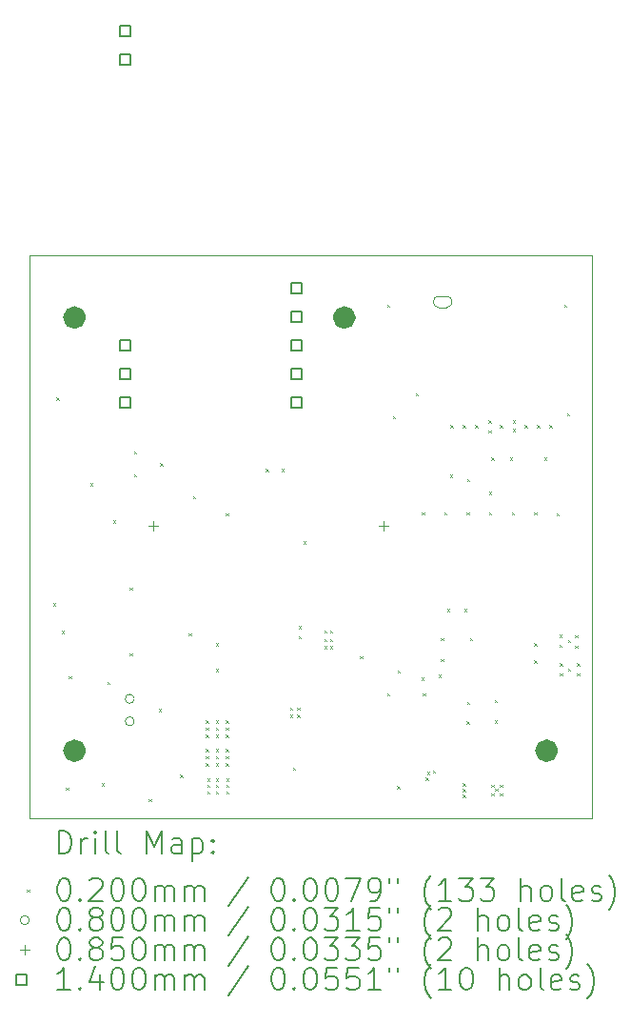
<source format=gbr>
%TF.GenerationSoftware,KiCad,Pcbnew,9.0.3*%
%TF.CreationDate,2025-08-16T00:15:59+02:00*%
%TF.ProjectId,fw-anwesenheit,66772d61-6e77-4657-9365-6e686569742e,rev?*%
%TF.SameCoordinates,Original*%
%TF.FileFunction,Drillmap*%
%TF.FilePolarity,Positive*%
%FSLAX45Y45*%
G04 Gerber Fmt 4.5, Leading zero omitted, Abs format (unit mm)*
G04 Created by KiCad (PCBNEW 9.0.3) date 2025-08-16 00:15:59*
%MOMM*%
%LPD*%
G01*
G04 APERTURE LIST*
%ADD10C,0.050000*%
%ADD11C,1.025000*%
%ADD12C,0.010000*%
%ADD13C,0.200000*%
%ADD14C,0.100000*%
%ADD15C,0.140000*%
G04 APERTURE END LIST*
D10*
X8100000Y-7950000D02*
X13100000Y-7950000D01*
X13100000Y-12950000D01*
X8100000Y-12950000D01*
X8100000Y-7950000D01*
D11*
X8551250Y-12350000D02*
G75*
G02*
X8448750Y-12350000I-51250J0D01*
G01*
X8448750Y-12350000D02*
G75*
G02*
X8551250Y-12350000I51250J0D01*
G01*
X8551250Y-8500000D02*
G75*
G02*
X8448750Y-8500000I-51250J0D01*
G01*
X8448750Y-8500000D02*
G75*
G02*
X8551250Y-8500000I51250J0D01*
G01*
X12751250Y-12350000D02*
G75*
G02*
X12648750Y-12350000I-51250J0D01*
G01*
X12648750Y-12350000D02*
G75*
G02*
X12751250Y-12350000I51250J0D01*
G01*
X10951250Y-8500000D02*
G75*
G02*
X10848750Y-8500000I-51250J0D01*
G01*
X10848750Y-8500000D02*
G75*
G02*
X10951250Y-8500000I51250J0D01*
G01*
D12*
X11740000Y-8310000D02*
X11810000Y-8310000D01*
X11810000Y-8410000D02*
X11740000Y-8410000D01*
X11690000Y-8360000D02*
G75*
G02*
X11740000Y-8310000I50000J0D01*
G01*
X11740000Y-8410000D02*
G75*
G02*
X11690000Y-8360000I0J50000D01*
G01*
X11810000Y-8310000D02*
G75*
G02*
X11860000Y-8360000I0J-50000D01*
G01*
X11860000Y-8360000D02*
G75*
G02*
X11810000Y-8410000I-50000J0D01*
G01*
D13*
D14*
X8308500Y-11039000D02*
X8328500Y-11059000D01*
X8328500Y-11039000D02*
X8308500Y-11059000D01*
X8340000Y-9211250D02*
X8360000Y-9231250D01*
X8360000Y-9211250D02*
X8340000Y-9231250D01*
X8385000Y-11286000D02*
X8405000Y-11306000D01*
X8405000Y-11286000D02*
X8385000Y-11306000D01*
X8422800Y-12677300D02*
X8442800Y-12697300D01*
X8442800Y-12677300D02*
X8422800Y-12697300D01*
X8448200Y-11686700D02*
X8468200Y-11706700D01*
X8468200Y-11686700D02*
X8448200Y-11706700D01*
X8638700Y-9972200D02*
X8658700Y-9992200D01*
X8658700Y-9972200D02*
X8638700Y-9992200D01*
X8740550Y-12639450D02*
X8760550Y-12659450D01*
X8760550Y-12639450D02*
X8740550Y-12659450D01*
X8791100Y-11737500D02*
X8811100Y-11757500D01*
X8811100Y-11737500D02*
X8791100Y-11757500D01*
X8841900Y-10302400D02*
X8861900Y-10322400D01*
X8861900Y-10302400D02*
X8841900Y-10322400D01*
X8990000Y-10898750D02*
X9010000Y-10918750D01*
X9010000Y-10898750D02*
X8990000Y-10918750D01*
X8990000Y-11481250D02*
X9010000Y-11501250D01*
X9010000Y-11481250D02*
X8990000Y-11501250D01*
X9031250Y-9690000D02*
X9051250Y-9710000D01*
X9051250Y-9690000D02*
X9031250Y-9710000D01*
X9031250Y-9890000D02*
X9051250Y-9910000D01*
X9051250Y-9890000D02*
X9031250Y-9910000D01*
X9159400Y-12778900D02*
X9179400Y-12798900D01*
X9179400Y-12778900D02*
X9159400Y-12798900D01*
X9248300Y-11978800D02*
X9268300Y-11998800D01*
X9268300Y-11978800D02*
X9248300Y-11998800D01*
X9261000Y-9794400D02*
X9281000Y-9814400D01*
X9281000Y-9794400D02*
X9261000Y-9814400D01*
X9438800Y-12563000D02*
X9458800Y-12583000D01*
X9458800Y-12563000D02*
X9438800Y-12583000D01*
X9515000Y-11305700D02*
X9535000Y-11325700D01*
X9535000Y-11305700D02*
X9515000Y-11325700D01*
X9553100Y-10086500D02*
X9573100Y-10106500D01*
X9573100Y-10086500D02*
X9553100Y-10106500D01*
X9667400Y-12080400D02*
X9687400Y-12100400D01*
X9687400Y-12080400D02*
X9667400Y-12100400D01*
X9667400Y-12143900D02*
X9687400Y-12163900D01*
X9687400Y-12143900D02*
X9667400Y-12163900D01*
X9667400Y-12207400D02*
X9687400Y-12227400D01*
X9687400Y-12207400D02*
X9667400Y-12227400D01*
X9667400Y-12334400D02*
X9687400Y-12354400D01*
X9687400Y-12334400D02*
X9667400Y-12354400D01*
X9667400Y-12397900D02*
X9687400Y-12417900D01*
X9687400Y-12397900D02*
X9667400Y-12417900D01*
X9667400Y-12461400D02*
X9687400Y-12481400D01*
X9687400Y-12461400D02*
X9667400Y-12481400D01*
X9682640Y-12598560D02*
X9702640Y-12618560D01*
X9702640Y-12598560D02*
X9682640Y-12618560D01*
X9682640Y-12654440D02*
X9702640Y-12674440D01*
X9702640Y-12654440D02*
X9682640Y-12674440D01*
X9682640Y-12710320D02*
X9702640Y-12730320D01*
X9702640Y-12710320D02*
X9682640Y-12730320D01*
X9756300Y-11394600D02*
X9776300Y-11414600D01*
X9776300Y-11394600D02*
X9756300Y-11414600D01*
X9756300Y-11623200D02*
X9776300Y-11643200D01*
X9776300Y-11623200D02*
X9756300Y-11643200D01*
X9756300Y-12080400D02*
X9776300Y-12100400D01*
X9776300Y-12080400D02*
X9756300Y-12100400D01*
X9756300Y-12143900D02*
X9776300Y-12163900D01*
X9776300Y-12143900D02*
X9756300Y-12163900D01*
X9756300Y-12207400D02*
X9776300Y-12227400D01*
X9776300Y-12207400D02*
X9756300Y-12227400D01*
X9756300Y-12334400D02*
X9776300Y-12354400D01*
X9776300Y-12334400D02*
X9756300Y-12354400D01*
X9756300Y-12397900D02*
X9776300Y-12417900D01*
X9776300Y-12397900D02*
X9756300Y-12417900D01*
X9756300Y-12461400D02*
X9776300Y-12481400D01*
X9776300Y-12461400D02*
X9756300Y-12481400D01*
X9758840Y-12598560D02*
X9778840Y-12618560D01*
X9778840Y-12598560D02*
X9758840Y-12618560D01*
X9758840Y-12654440D02*
X9778840Y-12674440D01*
X9778840Y-12654440D02*
X9758840Y-12674440D01*
X9758840Y-12710320D02*
X9778840Y-12730320D01*
X9778840Y-12710320D02*
X9758840Y-12730320D01*
X9845200Y-10238900D02*
X9865200Y-10258900D01*
X9865200Y-10238900D02*
X9845200Y-10258900D01*
X9845200Y-12080400D02*
X9865200Y-12100400D01*
X9865200Y-12080400D02*
X9845200Y-12100400D01*
X9845200Y-12143900D02*
X9865200Y-12163900D01*
X9865200Y-12143900D02*
X9845200Y-12163900D01*
X9845200Y-12207400D02*
X9865200Y-12227400D01*
X9865200Y-12207400D02*
X9845200Y-12227400D01*
X9845200Y-12334400D02*
X9865200Y-12354400D01*
X9865200Y-12334400D02*
X9845200Y-12354400D01*
X9845200Y-12397900D02*
X9865200Y-12417900D01*
X9865200Y-12397900D02*
X9845200Y-12417900D01*
X9845200Y-12461400D02*
X9865200Y-12481400D01*
X9865200Y-12461400D02*
X9845200Y-12481400D01*
X9850280Y-12598560D02*
X9870280Y-12618560D01*
X9870280Y-12598560D02*
X9850280Y-12618560D01*
X9850280Y-12654440D02*
X9870280Y-12674440D01*
X9870280Y-12654440D02*
X9850280Y-12674440D01*
X9850280Y-12710320D02*
X9870280Y-12730320D01*
X9870280Y-12710320D02*
X9850280Y-12730320D01*
X10200800Y-9845200D02*
X10220800Y-9865200D01*
X10220800Y-9845200D02*
X10200800Y-9865200D01*
X10340500Y-9845200D02*
X10360500Y-9865200D01*
X10360500Y-9845200D02*
X10340500Y-9865200D01*
X10416700Y-11966100D02*
X10436700Y-11986100D01*
X10436700Y-11966100D02*
X10416700Y-11986100D01*
X10416700Y-12029600D02*
X10436700Y-12049600D01*
X10436700Y-12029600D02*
X10416700Y-12049600D01*
X10442100Y-12499500D02*
X10462100Y-12519500D01*
X10462100Y-12499500D02*
X10442100Y-12519500D01*
X10480200Y-11966100D02*
X10500200Y-11986100D01*
X10500200Y-11966100D02*
X10480200Y-11986100D01*
X10480200Y-12029600D02*
X10500200Y-12049600D01*
X10500200Y-12029600D02*
X10480200Y-12049600D01*
X10492900Y-11242200D02*
X10512900Y-11262200D01*
X10512900Y-11242200D02*
X10492900Y-11262200D01*
X10492900Y-11331100D02*
X10512900Y-11351100D01*
X10512900Y-11331100D02*
X10492900Y-11351100D01*
X10537500Y-10490000D02*
X10557500Y-10510000D01*
X10557500Y-10490000D02*
X10537500Y-10510000D01*
X10721500Y-11280300D02*
X10741500Y-11300300D01*
X10741500Y-11280300D02*
X10721500Y-11300300D01*
X10721500Y-11356500D02*
X10741500Y-11376500D01*
X10741500Y-11356500D02*
X10721500Y-11376500D01*
X10721500Y-11420000D02*
X10741500Y-11440000D01*
X10741500Y-11420000D02*
X10721500Y-11440000D01*
X10772300Y-11280300D02*
X10792300Y-11300300D01*
X10792300Y-11280300D02*
X10772300Y-11300300D01*
X10772300Y-11356500D02*
X10792300Y-11376500D01*
X10792300Y-11356500D02*
X10772300Y-11376500D01*
X10772300Y-11420000D02*
X10792300Y-11440000D01*
X10792300Y-11420000D02*
X10772300Y-11440000D01*
X11039000Y-11508900D02*
X11059000Y-11528900D01*
X11059000Y-11508900D02*
X11039000Y-11528900D01*
X11280300Y-8384700D02*
X11300300Y-8404700D01*
X11300300Y-8384700D02*
X11280300Y-8404700D01*
X11280300Y-11839100D02*
X11300300Y-11859100D01*
X11300300Y-11839100D02*
X11280300Y-11859100D01*
X11331100Y-9375300D02*
X11351100Y-9395300D01*
X11351100Y-9375300D02*
X11331100Y-9395300D01*
X11369200Y-12664600D02*
X11389200Y-12684600D01*
X11389200Y-12664600D02*
X11369200Y-12684600D01*
X11372160Y-11633850D02*
X11392160Y-11653850D01*
X11392160Y-11633850D02*
X11372160Y-11653850D01*
X11534300Y-9172100D02*
X11554300Y-9192100D01*
X11554300Y-9172100D02*
X11534300Y-9192100D01*
X11585100Y-11699400D02*
X11605100Y-11719400D01*
X11605100Y-11699400D02*
X11585100Y-11719400D01*
X11590000Y-10231250D02*
X11610000Y-10251250D01*
X11610000Y-10231250D02*
X11590000Y-10251250D01*
X11597800Y-11839100D02*
X11617800Y-11859100D01*
X11617800Y-11839100D02*
X11597800Y-11859100D01*
X11623200Y-12588400D02*
X11643200Y-12608400D01*
X11643200Y-12588400D02*
X11623200Y-12608400D01*
X11635900Y-12537600D02*
X11655900Y-12557600D01*
X11655900Y-12537600D02*
X11635900Y-12557600D01*
X11686700Y-12524900D02*
X11706700Y-12544900D01*
X11706700Y-12524900D02*
X11686700Y-12544900D01*
X11737500Y-11674000D02*
X11757500Y-11694000D01*
X11757500Y-11674000D02*
X11737500Y-11694000D01*
X11760460Y-11346020D02*
X11780460Y-11366020D01*
X11780460Y-11346020D02*
X11760460Y-11366020D01*
X11760460Y-11534300D02*
X11780460Y-11554300D01*
X11780460Y-11534300D02*
X11760460Y-11554300D01*
X11790000Y-10231250D02*
X11810000Y-10251250D01*
X11810000Y-10231250D02*
X11790000Y-10251250D01*
X11813700Y-11089800D02*
X11833700Y-11109800D01*
X11833700Y-11089800D02*
X11813700Y-11109800D01*
X11839100Y-9896000D02*
X11859100Y-9916000D01*
X11859100Y-9896000D02*
X11839100Y-9916000D01*
X11845000Y-9455000D02*
X11865000Y-9475000D01*
X11865000Y-9455000D02*
X11845000Y-9475000D01*
X11953400Y-12639200D02*
X11973400Y-12659200D01*
X11973400Y-12639200D02*
X11953400Y-12659200D01*
X11953400Y-12690000D02*
X11973400Y-12710000D01*
X11973400Y-12690000D02*
X11953400Y-12710000D01*
X11953400Y-12740800D02*
X11973400Y-12760800D01*
X11973400Y-12740800D02*
X11953400Y-12760800D01*
X11955000Y-9455000D02*
X11975000Y-9475000D01*
X11975000Y-9455000D02*
X11955000Y-9475000D01*
X11966100Y-11089800D02*
X11986100Y-11109800D01*
X11986100Y-11089800D02*
X11966100Y-11109800D01*
X11990000Y-10231250D02*
X12010000Y-10251250D01*
X12010000Y-10231250D02*
X11990000Y-10251250D01*
X11990000Y-12090000D02*
X12010000Y-12110000D01*
X12010000Y-12090000D02*
X11990000Y-12110000D01*
X11991500Y-9934100D02*
X12011500Y-9954100D01*
X12011500Y-9934100D02*
X11991500Y-9954100D01*
X11991500Y-11915300D02*
X12011500Y-11935300D01*
X12011500Y-11915300D02*
X11991500Y-11935300D01*
X12019440Y-11348880D02*
X12039440Y-11368880D01*
X12039440Y-11348880D02*
X12019440Y-11368880D01*
X12065000Y-9455000D02*
X12085000Y-9475000D01*
X12085000Y-9455000D02*
X12065000Y-9475000D01*
X12182000Y-9413400D02*
X12202000Y-9433400D01*
X12202000Y-9413400D02*
X12182000Y-9433400D01*
X12182000Y-9502300D02*
X12202000Y-9522300D01*
X12202000Y-9502300D02*
X12182000Y-9522300D01*
X12190000Y-10048750D02*
X12210000Y-10068750D01*
X12210000Y-10048750D02*
X12190000Y-10068750D01*
X12190000Y-10231250D02*
X12210000Y-10251250D01*
X12210000Y-10231250D02*
X12190000Y-10251250D01*
X12207400Y-9743600D02*
X12227400Y-9763600D01*
X12227400Y-9743600D02*
X12207400Y-9763600D01*
X12207400Y-12651900D02*
X12227400Y-12671900D01*
X12227400Y-12651900D02*
X12207400Y-12671900D01*
X12207400Y-12728100D02*
X12227400Y-12748100D01*
X12227400Y-12728100D02*
X12207400Y-12748100D01*
X12240000Y-11898750D02*
X12260000Y-11918750D01*
X12260000Y-11898750D02*
X12240000Y-11918750D01*
X12240000Y-12081250D02*
X12260000Y-12101250D01*
X12260000Y-12081250D02*
X12240000Y-12101250D01*
X12242960Y-12684920D02*
X12262960Y-12704920D01*
X12262960Y-12684920D02*
X12242960Y-12704920D01*
X12283600Y-9455000D02*
X12303600Y-9475000D01*
X12303600Y-9455000D02*
X12283600Y-9475000D01*
X12283600Y-12651900D02*
X12303600Y-12671900D01*
X12303600Y-12651900D02*
X12283600Y-12671900D01*
X12283600Y-12728100D02*
X12303600Y-12748100D01*
X12303600Y-12728100D02*
X12283600Y-12748100D01*
X12372500Y-9743600D02*
X12392500Y-9763600D01*
X12392500Y-9743600D02*
X12372500Y-9763600D01*
X12390000Y-10231250D02*
X12410000Y-10251250D01*
X12410000Y-10231250D02*
X12390000Y-10251250D01*
X12397900Y-9413400D02*
X12417900Y-9433400D01*
X12417900Y-9413400D02*
X12397900Y-9433400D01*
X12397900Y-9489600D02*
X12417900Y-9509600D01*
X12417900Y-9489600D02*
X12397900Y-9509600D01*
X12505000Y-9455000D02*
X12525000Y-9475000D01*
X12525000Y-9455000D02*
X12505000Y-9475000D01*
X12588400Y-11394600D02*
X12608400Y-11414600D01*
X12608400Y-11394600D02*
X12588400Y-11414600D01*
X12588400Y-11547000D02*
X12608400Y-11567000D01*
X12608400Y-11547000D02*
X12588400Y-11567000D01*
X12590000Y-10231250D02*
X12610000Y-10251250D01*
X12610000Y-10231250D02*
X12590000Y-10251250D01*
X12615000Y-9455000D02*
X12635000Y-9475000D01*
X12635000Y-9455000D02*
X12615000Y-9475000D01*
X12677300Y-9743600D02*
X12697300Y-9763600D01*
X12697300Y-9743600D02*
X12677300Y-9763600D01*
X12725000Y-9455000D02*
X12745000Y-9475000D01*
X12745000Y-9455000D02*
X12725000Y-9475000D01*
X12790000Y-10240000D02*
X12810000Y-10260000D01*
X12810000Y-10240000D02*
X12790000Y-10260000D01*
X12811920Y-11318400D02*
X12831920Y-11338400D01*
X12831920Y-11318400D02*
X12811920Y-11338400D01*
X12811920Y-11409840D02*
X12831920Y-11429840D01*
X12831920Y-11409840D02*
X12811920Y-11429840D01*
X12817000Y-11572400D02*
X12837000Y-11592400D01*
X12837000Y-11572400D02*
X12817000Y-11592400D01*
X12817000Y-11661300D02*
X12837000Y-11681300D01*
X12837000Y-11661300D02*
X12817000Y-11681300D01*
X12855100Y-8384700D02*
X12875100Y-8404700D01*
X12875100Y-8384700D02*
X12855100Y-8404700D01*
X12880500Y-9349900D02*
X12900500Y-9369900D01*
X12900500Y-9349900D02*
X12880500Y-9369900D01*
X12888120Y-11364120D02*
X12908120Y-11384120D01*
X12908120Y-11364120D02*
X12888120Y-11384120D01*
X12890000Y-11617000D02*
X12910000Y-11637000D01*
X12910000Y-11617000D02*
X12890000Y-11637000D01*
X12954160Y-11323480D02*
X12974160Y-11343480D01*
X12974160Y-11323480D02*
X12954160Y-11343480D01*
X12954160Y-11414920D02*
X12974160Y-11434920D01*
X12974160Y-11414920D02*
X12954160Y-11434920D01*
X12969400Y-11572400D02*
X12989400Y-11592400D01*
X12989400Y-11572400D02*
X12969400Y-11592400D01*
X12969400Y-11661300D02*
X12989400Y-11681300D01*
X12989400Y-11661300D02*
X12969400Y-11681300D01*
X9031600Y-11888800D02*
G75*
G02*
X8951600Y-11888800I-40000J0D01*
G01*
X8951600Y-11888800D02*
G75*
G02*
X9031600Y-11888800I40000J0D01*
G01*
X9031600Y-12088800D02*
G75*
G02*
X8951600Y-12088800I-40000J0D01*
G01*
X8951600Y-12088800D02*
G75*
G02*
X9031600Y-12088800I40000J0D01*
G01*
X9200000Y-10307500D02*
X9200000Y-10392500D01*
X9157500Y-10350000D02*
X9242500Y-10350000D01*
X11250000Y-10307500D02*
X11250000Y-10392500D01*
X11207500Y-10350000D02*
X11292500Y-10350000D01*
D15*
X8999498Y-6001498D02*
X8999498Y-5902502D01*
X8900502Y-5902502D01*
X8900502Y-6001498D01*
X8999498Y-6001498D01*
X8999498Y-6255498D02*
X8999498Y-6156502D01*
X8900502Y-6156502D01*
X8900502Y-6255498D01*
X8999498Y-6255498D01*
X8999498Y-8795498D02*
X8999498Y-8696502D01*
X8900502Y-8696502D01*
X8900502Y-8795498D01*
X8999498Y-8795498D01*
X8999498Y-9049498D02*
X8999498Y-8950502D01*
X8900502Y-8950502D01*
X8900502Y-9049498D01*
X8999498Y-9049498D01*
X8999498Y-9303498D02*
X8999498Y-9204502D01*
X8900502Y-9204502D01*
X8900502Y-9303498D01*
X8999498Y-9303498D01*
X10523498Y-8287498D02*
X10523498Y-8188502D01*
X10424502Y-8188502D01*
X10424502Y-8287498D01*
X10523498Y-8287498D01*
X10523498Y-8541498D02*
X10523498Y-8442502D01*
X10424502Y-8442502D01*
X10424502Y-8541498D01*
X10523498Y-8541498D01*
X10523498Y-8795498D02*
X10523498Y-8696502D01*
X10424502Y-8696502D01*
X10424502Y-8795498D01*
X10523498Y-8795498D01*
X10523498Y-9049498D02*
X10523498Y-8950502D01*
X10424502Y-8950502D01*
X10424502Y-9049498D01*
X10523498Y-9049498D01*
X10523498Y-9303498D02*
X10523498Y-9204502D01*
X10424502Y-9204502D01*
X10424502Y-9303498D01*
X10523498Y-9303498D01*
D13*
X8358277Y-13263984D02*
X8358277Y-13063984D01*
X8358277Y-13063984D02*
X8405896Y-13063984D01*
X8405896Y-13063984D02*
X8434467Y-13073508D01*
X8434467Y-13073508D02*
X8453515Y-13092555D01*
X8453515Y-13092555D02*
X8463039Y-13111603D01*
X8463039Y-13111603D02*
X8472563Y-13149698D01*
X8472563Y-13149698D02*
X8472563Y-13178269D01*
X8472563Y-13178269D02*
X8463039Y-13216365D01*
X8463039Y-13216365D02*
X8453515Y-13235412D01*
X8453515Y-13235412D02*
X8434467Y-13254460D01*
X8434467Y-13254460D02*
X8405896Y-13263984D01*
X8405896Y-13263984D02*
X8358277Y-13263984D01*
X8558277Y-13263984D02*
X8558277Y-13130650D01*
X8558277Y-13168746D02*
X8567801Y-13149698D01*
X8567801Y-13149698D02*
X8577324Y-13140174D01*
X8577324Y-13140174D02*
X8596372Y-13130650D01*
X8596372Y-13130650D02*
X8615420Y-13130650D01*
X8682086Y-13263984D02*
X8682086Y-13130650D01*
X8682086Y-13063984D02*
X8672563Y-13073508D01*
X8672563Y-13073508D02*
X8682086Y-13083031D01*
X8682086Y-13083031D02*
X8691610Y-13073508D01*
X8691610Y-13073508D02*
X8682086Y-13063984D01*
X8682086Y-13063984D02*
X8682086Y-13083031D01*
X8805896Y-13263984D02*
X8786848Y-13254460D01*
X8786848Y-13254460D02*
X8777324Y-13235412D01*
X8777324Y-13235412D02*
X8777324Y-13063984D01*
X8910658Y-13263984D02*
X8891610Y-13254460D01*
X8891610Y-13254460D02*
X8882086Y-13235412D01*
X8882086Y-13235412D02*
X8882086Y-13063984D01*
X9139229Y-13263984D02*
X9139229Y-13063984D01*
X9139229Y-13063984D02*
X9205896Y-13206841D01*
X9205896Y-13206841D02*
X9272563Y-13063984D01*
X9272563Y-13063984D02*
X9272563Y-13263984D01*
X9453515Y-13263984D02*
X9453515Y-13159222D01*
X9453515Y-13159222D02*
X9443991Y-13140174D01*
X9443991Y-13140174D02*
X9424944Y-13130650D01*
X9424944Y-13130650D02*
X9386848Y-13130650D01*
X9386848Y-13130650D02*
X9367801Y-13140174D01*
X9453515Y-13254460D02*
X9434467Y-13263984D01*
X9434467Y-13263984D02*
X9386848Y-13263984D01*
X9386848Y-13263984D02*
X9367801Y-13254460D01*
X9367801Y-13254460D02*
X9358277Y-13235412D01*
X9358277Y-13235412D02*
X9358277Y-13216365D01*
X9358277Y-13216365D02*
X9367801Y-13197317D01*
X9367801Y-13197317D02*
X9386848Y-13187793D01*
X9386848Y-13187793D02*
X9434467Y-13187793D01*
X9434467Y-13187793D02*
X9453515Y-13178269D01*
X9548753Y-13130650D02*
X9548753Y-13330650D01*
X9548753Y-13140174D02*
X9567801Y-13130650D01*
X9567801Y-13130650D02*
X9605896Y-13130650D01*
X9605896Y-13130650D02*
X9624944Y-13140174D01*
X9624944Y-13140174D02*
X9634467Y-13149698D01*
X9634467Y-13149698D02*
X9643991Y-13168746D01*
X9643991Y-13168746D02*
X9643991Y-13225888D01*
X9643991Y-13225888D02*
X9634467Y-13244936D01*
X9634467Y-13244936D02*
X9624944Y-13254460D01*
X9624944Y-13254460D02*
X9605896Y-13263984D01*
X9605896Y-13263984D02*
X9567801Y-13263984D01*
X9567801Y-13263984D02*
X9548753Y-13254460D01*
X9729705Y-13244936D02*
X9739229Y-13254460D01*
X9739229Y-13254460D02*
X9729705Y-13263984D01*
X9729705Y-13263984D02*
X9720182Y-13254460D01*
X9720182Y-13254460D02*
X9729705Y-13244936D01*
X9729705Y-13244936D02*
X9729705Y-13263984D01*
X9729705Y-13140174D02*
X9739229Y-13149698D01*
X9739229Y-13149698D02*
X9729705Y-13159222D01*
X9729705Y-13159222D02*
X9720182Y-13149698D01*
X9720182Y-13149698D02*
X9729705Y-13140174D01*
X9729705Y-13140174D02*
X9729705Y-13159222D01*
D14*
X8077500Y-13582500D02*
X8097500Y-13602500D01*
X8097500Y-13582500D02*
X8077500Y-13602500D01*
D13*
X8396372Y-13483984D02*
X8415420Y-13483984D01*
X8415420Y-13483984D02*
X8434467Y-13493508D01*
X8434467Y-13493508D02*
X8443991Y-13503031D01*
X8443991Y-13503031D02*
X8453515Y-13522079D01*
X8453515Y-13522079D02*
X8463039Y-13560174D01*
X8463039Y-13560174D02*
X8463039Y-13607793D01*
X8463039Y-13607793D02*
X8453515Y-13645888D01*
X8453515Y-13645888D02*
X8443991Y-13664936D01*
X8443991Y-13664936D02*
X8434467Y-13674460D01*
X8434467Y-13674460D02*
X8415420Y-13683984D01*
X8415420Y-13683984D02*
X8396372Y-13683984D01*
X8396372Y-13683984D02*
X8377324Y-13674460D01*
X8377324Y-13674460D02*
X8367801Y-13664936D01*
X8367801Y-13664936D02*
X8358277Y-13645888D01*
X8358277Y-13645888D02*
X8348753Y-13607793D01*
X8348753Y-13607793D02*
X8348753Y-13560174D01*
X8348753Y-13560174D02*
X8358277Y-13522079D01*
X8358277Y-13522079D02*
X8367801Y-13503031D01*
X8367801Y-13503031D02*
X8377324Y-13493508D01*
X8377324Y-13493508D02*
X8396372Y-13483984D01*
X8548753Y-13664936D02*
X8558277Y-13674460D01*
X8558277Y-13674460D02*
X8548753Y-13683984D01*
X8548753Y-13683984D02*
X8539229Y-13674460D01*
X8539229Y-13674460D02*
X8548753Y-13664936D01*
X8548753Y-13664936D02*
X8548753Y-13683984D01*
X8634467Y-13503031D02*
X8643991Y-13493508D01*
X8643991Y-13493508D02*
X8663039Y-13483984D01*
X8663039Y-13483984D02*
X8710658Y-13483984D01*
X8710658Y-13483984D02*
X8729705Y-13493508D01*
X8729705Y-13493508D02*
X8739229Y-13503031D01*
X8739229Y-13503031D02*
X8748753Y-13522079D01*
X8748753Y-13522079D02*
X8748753Y-13541127D01*
X8748753Y-13541127D02*
X8739229Y-13569698D01*
X8739229Y-13569698D02*
X8624944Y-13683984D01*
X8624944Y-13683984D02*
X8748753Y-13683984D01*
X8872563Y-13483984D02*
X8891610Y-13483984D01*
X8891610Y-13483984D02*
X8910658Y-13493508D01*
X8910658Y-13493508D02*
X8920182Y-13503031D01*
X8920182Y-13503031D02*
X8929705Y-13522079D01*
X8929705Y-13522079D02*
X8939229Y-13560174D01*
X8939229Y-13560174D02*
X8939229Y-13607793D01*
X8939229Y-13607793D02*
X8929705Y-13645888D01*
X8929705Y-13645888D02*
X8920182Y-13664936D01*
X8920182Y-13664936D02*
X8910658Y-13674460D01*
X8910658Y-13674460D02*
X8891610Y-13683984D01*
X8891610Y-13683984D02*
X8872563Y-13683984D01*
X8872563Y-13683984D02*
X8853515Y-13674460D01*
X8853515Y-13674460D02*
X8843991Y-13664936D01*
X8843991Y-13664936D02*
X8834467Y-13645888D01*
X8834467Y-13645888D02*
X8824944Y-13607793D01*
X8824944Y-13607793D02*
X8824944Y-13560174D01*
X8824944Y-13560174D02*
X8834467Y-13522079D01*
X8834467Y-13522079D02*
X8843991Y-13503031D01*
X8843991Y-13503031D02*
X8853515Y-13493508D01*
X8853515Y-13493508D02*
X8872563Y-13483984D01*
X9063039Y-13483984D02*
X9082086Y-13483984D01*
X9082086Y-13483984D02*
X9101134Y-13493508D01*
X9101134Y-13493508D02*
X9110658Y-13503031D01*
X9110658Y-13503031D02*
X9120182Y-13522079D01*
X9120182Y-13522079D02*
X9129705Y-13560174D01*
X9129705Y-13560174D02*
X9129705Y-13607793D01*
X9129705Y-13607793D02*
X9120182Y-13645888D01*
X9120182Y-13645888D02*
X9110658Y-13664936D01*
X9110658Y-13664936D02*
X9101134Y-13674460D01*
X9101134Y-13674460D02*
X9082086Y-13683984D01*
X9082086Y-13683984D02*
X9063039Y-13683984D01*
X9063039Y-13683984D02*
X9043991Y-13674460D01*
X9043991Y-13674460D02*
X9034467Y-13664936D01*
X9034467Y-13664936D02*
X9024944Y-13645888D01*
X9024944Y-13645888D02*
X9015420Y-13607793D01*
X9015420Y-13607793D02*
X9015420Y-13560174D01*
X9015420Y-13560174D02*
X9024944Y-13522079D01*
X9024944Y-13522079D02*
X9034467Y-13503031D01*
X9034467Y-13503031D02*
X9043991Y-13493508D01*
X9043991Y-13493508D02*
X9063039Y-13483984D01*
X9215420Y-13683984D02*
X9215420Y-13550650D01*
X9215420Y-13569698D02*
X9224944Y-13560174D01*
X9224944Y-13560174D02*
X9243991Y-13550650D01*
X9243991Y-13550650D02*
X9272563Y-13550650D01*
X9272563Y-13550650D02*
X9291610Y-13560174D01*
X9291610Y-13560174D02*
X9301134Y-13579222D01*
X9301134Y-13579222D02*
X9301134Y-13683984D01*
X9301134Y-13579222D02*
X9310658Y-13560174D01*
X9310658Y-13560174D02*
X9329705Y-13550650D01*
X9329705Y-13550650D02*
X9358277Y-13550650D01*
X9358277Y-13550650D02*
X9377325Y-13560174D01*
X9377325Y-13560174D02*
X9386848Y-13579222D01*
X9386848Y-13579222D02*
X9386848Y-13683984D01*
X9482086Y-13683984D02*
X9482086Y-13550650D01*
X9482086Y-13569698D02*
X9491610Y-13560174D01*
X9491610Y-13560174D02*
X9510658Y-13550650D01*
X9510658Y-13550650D02*
X9539229Y-13550650D01*
X9539229Y-13550650D02*
X9558277Y-13560174D01*
X9558277Y-13560174D02*
X9567801Y-13579222D01*
X9567801Y-13579222D02*
X9567801Y-13683984D01*
X9567801Y-13579222D02*
X9577325Y-13560174D01*
X9577325Y-13560174D02*
X9596372Y-13550650D01*
X9596372Y-13550650D02*
X9624944Y-13550650D01*
X9624944Y-13550650D02*
X9643991Y-13560174D01*
X9643991Y-13560174D02*
X9653515Y-13579222D01*
X9653515Y-13579222D02*
X9653515Y-13683984D01*
X10043991Y-13474460D02*
X9872563Y-13731603D01*
X10301134Y-13483984D02*
X10320182Y-13483984D01*
X10320182Y-13483984D02*
X10339229Y-13493508D01*
X10339229Y-13493508D02*
X10348753Y-13503031D01*
X10348753Y-13503031D02*
X10358277Y-13522079D01*
X10358277Y-13522079D02*
X10367801Y-13560174D01*
X10367801Y-13560174D02*
X10367801Y-13607793D01*
X10367801Y-13607793D02*
X10358277Y-13645888D01*
X10358277Y-13645888D02*
X10348753Y-13664936D01*
X10348753Y-13664936D02*
X10339229Y-13674460D01*
X10339229Y-13674460D02*
X10320182Y-13683984D01*
X10320182Y-13683984D02*
X10301134Y-13683984D01*
X10301134Y-13683984D02*
X10282087Y-13674460D01*
X10282087Y-13674460D02*
X10272563Y-13664936D01*
X10272563Y-13664936D02*
X10263039Y-13645888D01*
X10263039Y-13645888D02*
X10253515Y-13607793D01*
X10253515Y-13607793D02*
X10253515Y-13560174D01*
X10253515Y-13560174D02*
X10263039Y-13522079D01*
X10263039Y-13522079D02*
X10272563Y-13503031D01*
X10272563Y-13503031D02*
X10282087Y-13493508D01*
X10282087Y-13493508D02*
X10301134Y-13483984D01*
X10453515Y-13664936D02*
X10463039Y-13674460D01*
X10463039Y-13674460D02*
X10453515Y-13683984D01*
X10453515Y-13683984D02*
X10443991Y-13674460D01*
X10443991Y-13674460D02*
X10453515Y-13664936D01*
X10453515Y-13664936D02*
X10453515Y-13683984D01*
X10586848Y-13483984D02*
X10605896Y-13483984D01*
X10605896Y-13483984D02*
X10624944Y-13493508D01*
X10624944Y-13493508D02*
X10634468Y-13503031D01*
X10634468Y-13503031D02*
X10643991Y-13522079D01*
X10643991Y-13522079D02*
X10653515Y-13560174D01*
X10653515Y-13560174D02*
X10653515Y-13607793D01*
X10653515Y-13607793D02*
X10643991Y-13645888D01*
X10643991Y-13645888D02*
X10634468Y-13664936D01*
X10634468Y-13664936D02*
X10624944Y-13674460D01*
X10624944Y-13674460D02*
X10605896Y-13683984D01*
X10605896Y-13683984D02*
X10586848Y-13683984D01*
X10586848Y-13683984D02*
X10567801Y-13674460D01*
X10567801Y-13674460D02*
X10558277Y-13664936D01*
X10558277Y-13664936D02*
X10548753Y-13645888D01*
X10548753Y-13645888D02*
X10539229Y-13607793D01*
X10539229Y-13607793D02*
X10539229Y-13560174D01*
X10539229Y-13560174D02*
X10548753Y-13522079D01*
X10548753Y-13522079D02*
X10558277Y-13503031D01*
X10558277Y-13503031D02*
X10567801Y-13493508D01*
X10567801Y-13493508D02*
X10586848Y-13483984D01*
X10777325Y-13483984D02*
X10796372Y-13483984D01*
X10796372Y-13483984D02*
X10815420Y-13493508D01*
X10815420Y-13493508D02*
X10824944Y-13503031D01*
X10824944Y-13503031D02*
X10834468Y-13522079D01*
X10834468Y-13522079D02*
X10843991Y-13560174D01*
X10843991Y-13560174D02*
X10843991Y-13607793D01*
X10843991Y-13607793D02*
X10834468Y-13645888D01*
X10834468Y-13645888D02*
X10824944Y-13664936D01*
X10824944Y-13664936D02*
X10815420Y-13674460D01*
X10815420Y-13674460D02*
X10796372Y-13683984D01*
X10796372Y-13683984D02*
X10777325Y-13683984D01*
X10777325Y-13683984D02*
X10758277Y-13674460D01*
X10758277Y-13674460D02*
X10748753Y-13664936D01*
X10748753Y-13664936D02*
X10739229Y-13645888D01*
X10739229Y-13645888D02*
X10729706Y-13607793D01*
X10729706Y-13607793D02*
X10729706Y-13560174D01*
X10729706Y-13560174D02*
X10739229Y-13522079D01*
X10739229Y-13522079D02*
X10748753Y-13503031D01*
X10748753Y-13503031D02*
X10758277Y-13493508D01*
X10758277Y-13493508D02*
X10777325Y-13483984D01*
X10910658Y-13483984D02*
X11043991Y-13483984D01*
X11043991Y-13483984D02*
X10958277Y-13683984D01*
X11129706Y-13683984D02*
X11167801Y-13683984D01*
X11167801Y-13683984D02*
X11186848Y-13674460D01*
X11186848Y-13674460D02*
X11196372Y-13664936D01*
X11196372Y-13664936D02*
X11215420Y-13636365D01*
X11215420Y-13636365D02*
X11224944Y-13598269D01*
X11224944Y-13598269D02*
X11224944Y-13522079D01*
X11224944Y-13522079D02*
X11215420Y-13503031D01*
X11215420Y-13503031D02*
X11205896Y-13493508D01*
X11205896Y-13493508D02*
X11186848Y-13483984D01*
X11186848Y-13483984D02*
X11148753Y-13483984D01*
X11148753Y-13483984D02*
X11129706Y-13493508D01*
X11129706Y-13493508D02*
X11120182Y-13503031D01*
X11120182Y-13503031D02*
X11110658Y-13522079D01*
X11110658Y-13522079D02*
X11110658Y-13569698D01*
X11110658Y-13569698D02*
X11120182Y-13588746D01*
X11120182Y-13588746D02*
X11129706Y-13598269D01*
X11129706Y-13598269D02*
X11148753Y-13607793D01*
X11148753Y-13607793D02*
X11186848Y-13607793D01*
X11186848Y-13607793D02*
X11205896Y-13598269D01*
X11205896Y-13598269D02*
X11215420Y-13588746D01*
X11215420Y-13588746D02*
X11224944Y-13569698D01*
X11301134Y-13483984D02*
X11301134Y-13522079D01*
X11377325Y-13483984D02*
X11377325Y-13522079D01*
X11672563Y-13760174D02*
X11663039Y-13750650D01*
X11663039Y-13750650D02*
X11643991Y-13722079D01*
X11643991Y-13722079D02*
X11634468Y-13703031D01*
X11634468Y-13703031D02*
X11624944Y-13674460D01*
X11624944Y-13674460D02*
X11615420Y-13626841D01*
X11615420Y-13626841D02*
X11615420Y-13588746D01*
X11615420Y-13588746D02*
X11624944Y-13541127D01*
X11624944Y-13541127D02*
X11634468Y-13512555D01*
X11634468Y-13512555D02*
X11643991Y-13493508D01*
X11643991Y-13493508D02*
X11663039Y-13464936D01*
X11663039Y-13464936D02*
X11672563Y-13455412D01*
X11853515Y-13683984D02*
X11739229Y-13683984D01*
X11796372Y-13683984D02*
X11796372Y-13483984D01*
X11796372Y-13483984D02*
X11777325Y-13512555D01*
X11777325Y-13512555D02*
X11758277Y-13531603D01*
X11758277Y-13531603D02*
X11739229Y-13541127D01*
X11920182Y-13483984D02*
X12043991Y-13483984D01*
X12043991Y-13483984D02*
X11977325Y-13560174D01*
X11977325Y-13560174D02*
X12005896Y-13560174D01*
X12005896Y-13560174D02*
X12024944Y-13569698D01*
X12024944Y-13569698D02*
X12034468Y-13579222D01*
X12034468Y-13579222D02*
X12043991Y-13598269D01*
X12043991Y-13598269D02*
X12043991Y-13645888D01*
X12043991Y-13645888D02*
X12034468Y-13664936D01*
X12034468Y-13664936D02*
X12024944Y-13674460D01*
X12024944Y-13674460D02*
X12005896Y-13683984D01*
X12005896Y-13683984D02*
X11948753Y-13683984D01*
X11948753Y-13683984D02*
X11929706Y-13674460D01*
X11929706Y-13674460D02*
X11920182Y-13664936D01*
X12110658Y-13483984D02*
X12234468Y-13483984D01*
X12234468Y-13483984D02*
X12167801Y-13560174D01*
X12167801Y-13560174D02*
X12196372Y-13560174D01*
X12196372Y-13560174D02*
X12215420Y-13569698D01*
X12215420Y-13569698D02*
X12224944Y-13579222D01*
X12224944Y-13579222D02*
X12234468Y-13598269D01*
X12234468Y-13598269D02*
X12234468Y-13645888D01*
X12234468Y-13645888D02*
X12224944Y-13664936D01*
X12224944Y-13664936D02*
X12215420Y-13674460D01*
X12215420Y-13674460D02*
X12196372Y-13683984D01*
X12196372Y-13683984D02*
X12139229Y-13683984D01*
X12139229Y-13683984D02*
X12120182Y-13674460D01*
X12120182Y-13674460D02*
X12110658Y-13664936D01*
X12472563Y-13683984D02*
X12472563Y-13483984D01*
X12558277Y-13683984D02*
X12558277Y-13579222D01*
X12558277Y-13579222D02*
X12548753Y-13560174D01*
X12548753Y-13560174D02*
X12529706Y-13550650D01*
X12529706Y-13550650D02*
X12501134Y-13550650D01*
X12501134Y-13550650D02*
X12482087Y-13560174D01*
X12482087Y-13560174D02*
X12472563Y-13569698D01*
X12682087Y-13683984D02*
X12663039Y-13674460D01*
X12663039Y-13674460D02*
X12653515Y-13664936D01*
X12653515Y-13664936D02*
X12643991Y-13645888D01*
X12643991Y-13645888D02*
X12643991Y-13588746D01*
X12643991Y-13588746D02*
X12653515Y-13569698D01*
X12653515Y-13569698D02*
X12663039Y-13560174D01*
X12663039Y-13560174D02*
X12682087Y-13550650D01*
X12682087Y-13550650D02*
X12710658Y-13550650D01*
X12710658Y-13550650D02*
X12729706Y-13560174D01*
X12729706Y-13560174D02*
X12739230Y-13569698D01*
X12739230Y-13569698D02*
X12748753Y-13588746D01*
X12748753Y-13588746D02*
X12748753Y-13645888D01*
X12748753Y-13645888D02*
X12739230Y-13664936D01*
X12739230Y-13664936D02*
X12729706Y-13674460D01*
X12729706Y-13674460D02*
X12710658Y-13683984D01*
X12710658Y-13683984D02*
X12682087Y-13683984D01*
X12863039Y-13683984D02*
X12843991Y-13674460D01*
X12843991Y-13674460D02*
X12834468Y-13655412D01*
X12834468Y-13655412D02*
X12834468Y-13483984D01*
X13015420Y-13674460D02*
X12996372Y-13683984D01*
X12996372Y-13683984D02*
X12958277Y-13683984D01*
X12958277Y-13683984D02*
X12939230Y-13674460D01*
X12939230Y-13674460D02*
X12929706Y-13655412D01*
X12929706Y-13655412D02*
X12929706Y-13579222D01*
X12929706Y-13579222D02*
X12939230Y-13560174D01*
X12939230Y-13560174D02*
X12958277Y-13550650D01*
X12958277Y-13550650D02*
X12996372Y-13550650D01*
X12996372Y-13550650D02*
X13015420Y-13560174D01*
X13015420Y-13560174D02*
X13024944Y-13579222D01*
X13024944Y-13579222D02*
X13024944Y-13598269D01*
X13024944Y-13598269D02*
X12929706Y-13617317D01*
X13101134Y-13674460D02*
X13120182Y-13683984D01*
X13120182Y-13683984D02*
X13158277Y-13683984D01*
X13158277Y-13683984D02*
X13177325Y-13674460D01*
X13177325Y-13674460D02*
X13186849Y-13655412D01*
X13186849Y-13655412D02*
X13186849Y-13645888D01*
X13186849Y-13645888D02*
X13177325Y-13626841D01*
X13177325Y-13626841D02*
X13158277Y-13617317D01*
X13158277Y-13617317D02*
X13129706Y-13617317D01*
X13129706Y-13617317D02*
X13110658Y-13607793D01*
X13110658Y-13607793D02*
X13101134Y-13588746D01*
X13101134Y-13588746D02*
X13101134Y-13579222D01*
X13101134Y-13579222D02*
X13110658Y-13560174D01*
X13110658Y-13560174D02*
X13129706Y-13550650D01*
X13129706Y-13550650D02*
X13158277Y-13550650D01*
X13158277Y-13550650D02*
X13177325Y-13560174D01*
X13253515Y-13760174D02*
X13263039Y-13750650D01*
X13263039Y-13750650D02*
X13282087Y-13722079D01*
X13282087Y-13722079D02*
X13291611Y-13703031D01*
X13291611Y-13703031D02*
X13301134Y-13674460D01*
X13301134Y-13674460D02*
X13310658Y-13626841D01*
X13310658Y-13626841D02*
X13310658Y-13588746D01*
X13310658Y-13588746D02*
X13301134Y-13541127D01*
X13301134Y-13541127D02*
X13291611Y-13512555D01*
X13291611Y-13512555D02*
X13282087Y-13493508D01*
X13282087Y-13493508D02*
X13263039Y-13464936D01*
X13263039Y-13464936D02*
X13253515Y-13455412D01*
D14*
X8097500Y-13856500D02*
G75*
G02*
X8017500Y-13856500I-40000J0D01*
G01*
X8017500Y-13856500D02*
G75*
G02*
X8097500Y-13856500I40000J0D01*
G01*
D13*
X8396372Y-13747984D02*
X8415420Y-13747984D01*
X8415420Y-13747984D02*
X8434467Y-13757508D01*
X8434467Y-13757508D02*
X8443991Y-13767031D01*
X8443991Y-13767031D02*
X8453515Y-13786079D01*
X8453515Y-13786079D02*
X8463039Y-13824174D01*
X8463039Y-13824174D02*
X8463039Y-13871793D01*
X8463039Y-13871793D02*
X8453515Y-13909888D01*
X8453515Y-13909888D02*
X8443991Y-13928936D01*
X8443991Y-13928936D02*
X8434467Y-13938460D01*
X8434467Y-13938460D02*
X8415420Y-13947984D01*
X8415420Y-13947984D02*
X8396372Y-13947984D01*
X8396372Y-13947984D02*
X8377324Y-13938460D01*
X8377324Y-13938460D02*
X8367801Y-13928936D01*
X8367801Y-13928936D02*
X8358277Y-13909888D01*
X8358277Y-13909888D02*
X8348753Y-13871793D01*
X8348753Y-13871793D02*
X8348753Y-13824174D01*
X8348753Y-13824174D02*
X8358277Y-13786079D01*
X8358277Y-13786079D02*
X8367801Y-13767031D01*
X8367801Y-13767031D02*
X8377324Y-13757508D01*
X8377324Y-13757508D02*
X8396372Y-13747984D01*
X8548753Y-13928936D02*
X8558277Y-13938460D01*
X8558277Y-13938460D02*
X8548753Y-13947984D01*
X8548753Y-13947984D02*
X8539229Y-13938460D01*
X8539229Y-13938460D02*
X8548753Y-13928936D01*
X8548753Y-13928936D02*
X8548753Y-13947984D01*
X8672563Y-13833698D02*
X8653515Y-13824174D01*
X8653515Y-13824174D02*
X8643991Y-13814650D01*
X8643991Y-13814650D02*
X8634467Y-13795603D01*
X8634467Y-13795603D02*
X8634467Y-13786079D01*
X8634467Y-13786079D02*
X8643991Y-13767031D01*
X8643991Y-13767031D02*
X8653515Y-13757508D01*
X8653515Y-13757508D02*
X8672563Y-13747984D01*
X8672563Y-13747984D02*
X8710658Y-13747984D01*
X8710658Y-13747984D02*
X8729705Y-13757508D01*
X8729705Y-13757508D02*
X8739229Y-13767031D01*
X8739229Y-13767031D02*
X8748753Y-13786079D01*
X8748753Y-13786079D02*
X8748753Y-13795603D01*
X8748753Y-13795603D02*
X8739229Y-13814650D01*
X8739229Y-13814650D02*
X8729705Y-13824174D01*
X8729705Y-13824174D02*
X8710658Y-13833698D01*
X8710658Y-13833698D02*
X8672563Y-13833698D01*
X8672563Y-13833698D02*
X8653515Y-13843222D01*
X8653515Y-13843222D02*
X8643991Y-13852746D01*
X8643991Y-13852746D02*
X8634467Y-13871793D01*
X8634467Y-13871793D02*
X8634467Y-13909888D01*
X8634467Y-13909888D02*
X8643991Y-13928936D01*
X8643991Y-13928936D02*
X8653515Y-13938460D01*
X8653515Y-13938460D02*
X8672563Y-13947984D01*
X8672563Y-13947984D02*
X8710658Y-13947984D01*
X8710658Y-13947984D02*
X8729705Y-13938460D01*
X8729705Y-13938460D02*
X8739229Y-13928936D01*
X8739229Y-13928936D02*
X8748753Y-13909888D01*
X8748753Y-13909888D02*
X8748753Y-13871793D01*
X8748753Y-13871793D02*
X8739229Y-13852746D01*
X8739229Y-13852746D02*
X8729705Y-13843222D01*
X8729705Y-13843222D02*
X8710658Y-13833698D01*
X8872563Y-13747984D02*
X8891610Y-13747984D01*
X8891610Y-13747984D02*
X8910658Y-13757508D01*
X8910658Y-13757508D02*
X8920182Y-13767031D01*
X8920182Y-13767031D02*
X8929705Y-13786079D01*
X8929705Y-13786079D02*
X8939229Y-13824174D01*
X8939229Y-13824174D02*
X8939229Y-13871793D01*
X8939229Y-13871793D02*
X8929705Y-13909888D01*
X8929705Y-13909888D02*
X8920182Y-13928936D01*
X8920182Y-13928936D02*
X8910658Y-13938460D01*
X8910658Y-13938460D02*
X8891610Y-13947984D01*
X8891610Y-13947984D02*
X8872563Y-13947984D01*
X8872563Y-13947984D02*
X8853515Y-13938460D01*
X8853515Y-13938460D02*
X8843991Y-13928936D01*
X8843991Y-13928936D02*
X8834467Y-13909888D01*
X8834467Y-13909888D02*
X8824944Y-13871793D01*
X8824944Y-13871793D02*
X8824944Y-13824174D01*
X8824944Y-13824174D02*
X8834467Y-13786079D01*
X8834467Y-13786079D02*
X8843991Y-13767031D01*
X8843991Y-13767031D02*
X8853515Y-13757508D01*
X8853515Y-13757508D02*
X8872563Y-13747984D01*
X9063039Y-13747984D02*
X9082086Y-13747984D01*
X9082086Y-13747984D02*
X9101134Y-13757508D01*
X9101134Y-13757508D02*
X9110658Y-13767031D01*
X9110658Y-13767031D02*
X9120182Y-13786079D01*
X9120182Y-13786079D02*
X9129705Y-13824174D01*
X9129705Y-13824174D02*
X9129705Y-13871793D01*
X9129705Y-13871793D02*
X9120182Y-13909888D01*
X9120182Y-13909888D02*
X9110658Y-13928936D01*
X9110658Y-13928936D02*
X9101134Y-13938460D01*
X9101134Y-13938460D02*
X9082086Y-13947984D01*
X9082086Y-13947984D02*
X9063039Y-13947984D01*
X9063039Y-13947984D02*
X9043991Y-13938460D01*
X9043991Y-13938460D02*
X9034467Y-13928936D01*
X9034467Y-13928936D02*
X9024944Y-13909888D01*
X9024944Y-13909888D02*
X9015420Y-13871793D01*
X9015420Y-13871793D02*
X9015420Y-13824174D01*
X9015420Y-13824174D02*
X9024944Y-13786079D01*
X9024944Y-13786079D02*
X9034467Y-13767031D01*
X9034467Y-13767031D02*
X9043991Y-13757508D01*
X9043991Y-13757508D02*
X9063039Y-13747984D01*
X9215420Y-13947984D02*
X9215420Y-13814650D01*
X9215420Y-13833698D02*
X9224944Y-13824174D01*
X9224944Y-13824174D02*
X9243991Y-13814650D01*
X9243991Y-13814650D02*
X9272563Y-13814650D01*
X9272563Y-13814650D02*
X9291610Y-13824174D01*
X9291610Y-13824174D02*
X9301134Y-13843222D01*
X9301134Y-13843222D02*
X9301134Y-13947984D01*
X9301134Y-13843222D02*
X9310658Y-13824174D01*
X9310658Y-13824174D02*
X9329705Y-13814650D01*
X9329705Y-13814650D02*
X9358277Y-13814650D01*
X9358277Y-13814650D02*
X9377325Y-13824174D01*
X9377325Y-13824174D02*
X9386848Y-13843222D01*
X9386848Y-13843222D02*
X9386848Y-13947984D01*
X9482086Y-13947984D02*
X9482086Y-13814650D01*
X9482086Y-13833698D02*
X9491610Y-13824174D01*
X9491610Y-13824174D02*
X9510658Y-13814650D01*
X9510658Y-13814650D02*
X9539229Y-13814650D01*
X9539229Y-13814650D02*
X9558277Y-13824174D01*
X9558277Y-13824174D02*
X9567801Y-13843222D01*
X9567801Y-13843222D02*
X9567801Y-13947984D01*
X9567801Y-13843222D02*
X9577325Y-13824174D01*
X9577325Y-13824174D02*
X9596372Y-13814650D01*
X9596372Y-13814650D02*
X9624944Y-13814650D01*
X9624944Y-13814650D02*
X9643991Y-13824174D01*
X9643991Y-13824174D02*
X9653515Y-13843222D01*
X9653515Y-13843222D02*
X9653515Y-13947984D01*
X10043991Y-13738460D02*
X9872563Y-13995603D01*
X10301134Y-13747984D02*
X10320182Y-13747984D01*
X10320182Y-13747984D02*
X10339229Y-13757508D01*
X10339229Y-13757508D02*
X10348753Y-13767031D01*
X10348753Y-13767031D02*
X10358277Y-13786079D01*
X10358277Y-13786079D02*
X10367801Y-13824174D01*
X10367801Y-13824174D02*
X10367801Y-13871793D01*
X10367801Y-13871793D02*
X10358277Y-13909888D01*
X10358277Y-13909888D02*
X10348753Y-13928936D01*
X10348753Y-13928936D02*
X10339229Y-13938460D01*
X10339229Y-13938460D02*
X10320182Y-13947984D01*
X10320182Y-13947984D02*
X10301134Y-13947984D01*
X10301134Y-13947984D02*
X10282087Y-13938460D01*
X10282087Y-13938460D02*
X10272563Y-13928936D01*
X10272563Y-13928936D02*
X10263039Y-13909888D01*
X10263039Y-13909888D02*
X10253515Y-13871793D01*
X10253515Y-13871793D02*
X10253515Y-13824174D01*
X10253515Y-13824174D02*
X10263039Y-13786079D01*
X10263039Y-13786079D02*
X10272563Y-13767031D01*
X10272563Y-13767031D02*
X10282087Y-13757508D01*
X10282087Y-13757508D02*
X10301134Y-13747984D01*
X10453515Y-13928936D02*
X10463039Y-13938460D01*
X10463039Y-13938460D02*
X10453515Y-13947984D01*
X10453515Y-13947984D02*
X10443991Y-13938460D01*
X10443991Y-13938460D02*
X10453515Y-13928936D01*
X10453515Y-13928936D02*
X10453515Y-13947984D01*
X10586848Y-13747984D02*
X10605896Y-13747984D01*
X10605896Y-13747984D02*
X10624944Y-13757508D01*
X10624944Y-13757508D02*
X10634468Y-13767031D01*
X10634468Y-13767031D02*
X10643991Y-13786079D01*
X10643991Y-13786079D02*
X10653515Y-13824174D01*
X10653515Y-13824174D02*
X10653515Y-13871793D01*
X10653515Y-13871793D02*
X10643991Y-13909888D01*
X10643991Y-13909888D02*
X10634468Y-13928936D01*
X10634468Y-13928936D02*
X10624944Y-13938460D01*
X10624944Y-13938460D02*
X10605896Y-13947984D01*
X10605896Y-13947984D02*
X10586848Y-13947984D01*
X10586848Y-13947984D02*
X10567801Y-13938460D01*
X10567801Y-13938460D02*
X10558277Y-13928936D01*
X10558277Y-13928936D02*
X10548753Y-13909888D01*
X10548753Y-13909888D02*
X10539229Y-13871793D01*
X10539229Y-13871793D02*
X10539229Y-13824174D01*
X10539229Y-13824174D02*
X10548753Y-13786079D01*
X10548753Y-13786079D02*
X10558277Y-13767031D01*
X10558277Y-13767031D02*
X10567801Y-13757508D01*
X10567801Y-13757508D02*
X10586848Y-13747984D01*
X10720182Y-13747984D02*
X10843991Y-13747984D01*
X10843991Y-13747984D02*
X10777325Y-13824174D01*
X10777325Y-13824174D02*
X10805896Y-13824174D01*
X10805896Y-13824174D02*
X10824944Y-13833698D01*
X10824944Y-13833698D02*
X10834468Y-13843222D01*
X10834468Y-13843222D02*
X10843991Y-13862269D01*
X10843991Y-13862269D02*
X10843991Y-13909888D01*
X10843991Y-13909888D02*
X10834468Y-13928936D01*
X10834468Y-13928936D02*
X10824944Y-13938460D01*
X10824944Y-13938460D02*
X10805896Y-13947984D01*
X10805896Y-13947984D02*
X10748753Y-13947984D01*
X10748753Y-13947984D02*
X10729706Y-13938460D01*
X10729706Y-13938460D02*
X10720182Y-13928936D01*
X11034468Y-13947984D02*
X10920182Y-13947984D01*
X10977325Y-13947984D02*
X10977325Y-13747984D01*
X10977325Y-13747984D02*
X10958277Y-13776555D01*
X10958277Y-13776555D02*
X10939229Y-13795603D01*
X10939229Y-13795603D02*
X10920182Y-13805127D01*
X11215420Y-13747984D02*
X11120182Y-13747984D01*
X11120182Y-13747984D02*
X11110658Y-13843222D01*
X11110658Y-13843222D02*
X11120182Y-13833698D01*
X11120182Y-13833698D02*
X11139229Y-13824174D01*
X11139229Y-13824174D02*
X11186848Y-13824174D01*
X11186848Y-13824174D02*
X11205896Y-13833698D01*
X11205896Y-13833698D02*
X11215420Y-13843222D01*
X11215420Y-13843222D02*
X11224944Y-13862269D01*
X11224944Y-13862269D02*
X11224944Y-13909888D01*
X11224944Y-13909888D02*
X11215420Y-13928936D01*
X11215420Y-13928936D02*
X11205896Y-13938460D01*
X11205896Y-13938460D02*
X11186848Y-13947984D01*
X11186848Y-13947984D02*
X11139229Y-13947984D01*
X11139229Y-13947984D02*
X11120182Y-13938460D01*
X11120182Y-13938460D02*
X11110658Y-13928936D01*
X11301134Y-13747984D02*
X11301134Y-13786079D01*
X11377325Y-13747984D02*
X11377325Y-13786079D01*
X11672563Y-14024174D02*
X11663039Y-14014650D01*
X11663039Y-14014650D02*
X11643991Y-13986079D01*
X11643991Y-13986079D02*
X11634468Y-13967031D01*
X11634468Y-13967031D02*
X11624944Y-13938460D01*
X11624944Y-13938460D02*
X11615420Y-13890841D01*
X11615420Y-13890841D02*
X11615420Y-13852746D01*
X11615420Y-13852746D02*
X11624944Y-13805127D01*
X11624944Y-13805127D02*
X11634468Y-13776555D01*
X11634468Y-13776555D02*
X11643991Y-13757508D01*
X11643991Y-13757508D02*
X11663039Y-13728936D01*
X11663039Y-13728936D02*
X11672563Y-13719412D01*
X11739229Y-13767031D02*
X11748753Y-13757508D01*
X11748753Y-13757508D02*
X11767801Y-13747984D01*
X11767801Y-13747984D02*
X11815420Y-13747984D01*
X11815420Y-13747984D02*
X11834468Y-13757508D01*
X11834468Y-13757508D02*
X11843991Y-13767031D01*
X11843991Y-13767031D02*
X11853515Y-13786079D01*
X11853515Y-13786079D02*
X11853515Y-13805127D01*
X11853515Y-13805127D02*
X11843991Y-13833698D01*
X11843991Y-13833698D02*
X11729706Y-13947984D01*
X11729706Y-13947984D02*
X11853515Y-13947984D01*
X12091610Y-13947984D02*
X12091610Y-13747984D01*
X12177325Y-13947984D02*
X12177325Y-13843222D01*
X12177325Y-13843222D02*
X12167801Y-13824174D01*
X12167801Y-13824174D02*
X12148753Y-13814650D01*
X12148753Y-13814650D02*
X12120182Y-13814650D01*
X12120182Y-13814650D02*
X12101134Y-13824174D01*
X12101134Y-13824174D02*
X12091610Y-13833698D01*
X12301134Y-13947984D02*
X12282087Y-13938460D01*
X12282087Y-13938460D02*
X12272563Y-13928936D01*
X12272563Y-13928936D02*
X12263039Y-13909888D01*
X12263039Y-13909888D02*
X12263039Y-13852746D01*
X12263039Y-13852746D02*
X12272563Y-13833698D01*
X12272563Y-13833698D02*
X12282087Y-13824174D01*
X12282087Y-13824174D02*
X12301134Y-13814650D01*
X12301134Y-13814650D02*
X12329706Y-13814650D01*
X12329706Y-13814650D02*
X12348753Y-13824174D01*
X12348753Y-13824174D02*
X12358277Y-13833698D01*
X12358277Y-13833698D02*
X12367801Y-13852746D01*
X12367801Y-13852746D02*
X12367801Y-13909888D01*
X12367801Y-13909888D02*
X12358277Y-13928936D01*
X12358277Y-13928936D02*
X12348753Y-13938460D01*
X12348753Y-13938460D02*
X12329706Y-13947984D01*
X12329706Y-13947984D02*
X12301134Y-13947984D01*
X12482087Y-13947984D02*
X12463039Y-13938460D01*
X12463039Y-13938460D02*
X12453515Y-13919412D01*
X12453515Y-13919412D02*
X12453515Y-13747984D01*
X12634468Y-13938460D02*
X12615420Y-13947984D01*
X12615420Y-13947984D02*
X12577325Y-13947984D01*
X12577325Y-13947984D02*
X12558277Y-13938460D01*
X12558277Y-13938460D02*
X12548753Y-13919412D01*
X12548753Y-13919412D02*
X12548753Y-13843222D01*
X12548753Y-13843222D02*
X12558277Y-13824174D01*
X12558277Y-13824174D02*
X12577325Y-13814650D01*
X12577325Y-13814650D02*
X12615420Y-13814650D01*
X12615420Y-13814650D02*
X12634468Y-13824174D01*
X12634468Y-13824174D02*
X12643991Y-13843222D01*
X12643991Y-13843222D02*
X12643991Y-13862269D01*
X12643991Y-13862269D02*
X12548753Y-13881317D01*
X12720182Y-13938460D02*
X12739230Y-13947984D01*
X12739230Y-13947984D02*
X12777325Y-13947984D01*
X12777325Y-13947984D02*
X12796372Y-13938460D01*
X12796372Y-13938460D02*
X12805896Y-13919412D01*
X12805896Y-13919412D02*
X12805896Y-13909888D01*
X12805896Y-13909888D02*
X12796372Y-13890841D01*
X12796372Y-13890841D02*
X12777325Y-13881317D01*
X12777325Y-13881317D02*
X12748753Y-13881317D01*
X12748753Y-13881317D02*
X12729706Y-13871793D01*
X12729706Y-13871793D02*
X12720182Y-13852746D01*
X12720182Y-13852746D02*
X12720182Y-13843222D01*
X12720182Y-13843222D02*
X12729706Y-13824174D01*
X12729706Y-13824174D02*
X12748753Y-13814650D01*
X12748753Y-13814650D02*
X12777325Y-13814650D01*
X12777325Y-13814650D02*
X12796372Y-13824174D01*
X12872563Y-14024174D02*
X12882087Y-14014650D01*
X12882087Y-14014650D02*
X12901134Y-13986079D01*
X12901134Y-13986079D02*
X12910658Y-13967031D01*
X12910658Y-13967031D02*
X12920182Y-13938460D01*
X12920182Y-13938460D02*
X12929706Y-13890841D01*
X12929706Y-13890841D02*
X12929706Y-13852746D01*
X12929706Y-13852746D02*
X12920182Y-13805127D01*
X12920182Y-13805127D02*
X12910658Y-13776555D01*
X12910658Y-13776555D02*
X12901134Y-13757508D01*
X12901134Y-13757508D02*
X12882087Y-13728936D01*
X12882087Y-13728936D02*
X12872563Y-13719412D01*
D14*
X8055000Y-14078000D02*
X8055000Y-14163000D01*
X8012500Y-14120500D02*
X8097500Y-14120500D01*
D13*
X8396372Y-14011984D02*
X8415420Y-14011984D01*
X8415420Y-14011984D02*
X8434467Y-14021508D01*
X8434467Y-14021508D02*
X8443991Y-14031031D01*
X8443991Y-14031031D02*
X8453515Y-14050079D01*
X8453515Y-14050079D02*
X8463039Y-14088174D01*
X8463039Y-14088174D02*
X8463039Y-14135793D01*
X8463039Y-14135793D02*
X8453515Y-14173888D01*
X8453515Y-14173888D02*
X8443991Y-14192936D01*
X8443991Y-14192936D02*
X8434467Y-14202460D01*
X8434467Y-14202460D02*
X8415420Y-14211984D01*
X8415420Y-14211984D02*
X8396372Y-14211984D01*
X8396372Y-14211984D02*
X8377324Y-14202460D01*
X8377324Y-14202460D02*
X8367801Y-14192936D01*
X8367801Y-14192936D02*
X8358277Y-14173888D01*
X8358277Y-14173888D02*
X8348753Y-14135793D01*
X8348753Y-14135793D02*
X8348753Y-14088174D01*
X8348753Y-14088174D02*
X8358277Y-14050079D01*
X8358277Y-14050079D02*
X8367801Y-14031031D01*
X8367801Y-14031031D02*
X8377324Y-14021508D01*
X8377324Y-14021508D02*
X8396372Y-14011984D01*
X8548753Y-14192936D02*
X8558277Y-14202460D01*
X8558277Y-14202460D02*
X8548753Y-14211984D01*
X8548753Y-14211984D02*
X8539229Y-14202460D01*
X8539229Y-14202460D02*
X8548753Y-14192936D01*
X8548753Y-14192936D02*
X8548753Y-14211984D01*
X8672563Y-14097698D02*
X8653515Y-14088174D01*
X8653515Y-14088174D02*
X8643991Y-14078650D01*
X8643991Y-14078650D02*
X8634467Y-14059603D01*
X8634467Y-14059603D02*
X8634467Y-14050079D01*
X8634467Y-14050079D02*
X8643991Y-14031031D01*
X8643991Y-14031031D02*
X8653515Y-14021508D01*
X8653515Y-14021508D02*
X8672563Y-14011984D01*
X8672563Y-14011984D02*
X8710658Y-14011984D01*
X8710658Y-14011984D02*
X8729705Y-14021508D01*
X8729705Y-14021508D02*
X8739229Y-14031031D01*
X8739229Y-14031031D02*
X8748753Y-14050079D01*
X8748753Y-14050079D02*
X8748753Y-14059603D01*
X8748753Y-14059603D02*
X8739229Y-14078650D01*
X8739229Y-14078650D02*
X8729705Y-14088174D01*
X8729705Y-14088174D02*
X8710658Y-14097698D01*
X8710658Y-14097698D02*
X8672563Y-14097698D01*
X8672563Y-14097698D02*
X8653515Y-14107222D01*
X8653515Y-14107222D02*
X8643991Y-14116746D01*
X8643991Y-14116746D02*
X8634467Y-14135793D01*
X8634467Y-14135793D02*
X8634467Y-14173888D01*
X8634467Y-14173888D02*
X8643991Y-14192936D01*
X8643991Y-14192936D02*
X8653515Y-14202460D01*
X8653515Y-14202460D02*
X8672563Y-14211984D01*
X8672563Y-14211984D02*
X8710658Y-14211984D01*
X8710658Y-14211984D02*
X8729705Y-14202460D01*
X8729705Y-14202460D02*
X8739229Y-14192936D01*
X8739229Y-14192936D02*
X8748753Y-14173888D01*
X8748753Y-14173888D02*
X8748753Y-14135793D01*
X8748753Y-14135793D02*
X8739229Y-14116746D01*
X8739229Y-14116746D02*
X8729705Y-14107222D01*
X8729705Y-14107222D02*
X8710658Y-14097698D01*
X8929705Y-14011984D02*
X8834467Y-14011984D01*
X8834467Y-14011984D02*
X8824944Y-14107222D01*
X8824944Y-14107222D02*
X8834467Y-14097698D01*
X8834467Y-14097698D02*
X8853515Y-14088174D01*
X8853515Y-14088174D02*
X8901134Y-14088174D01*
X8901134Y-14088174D02*
X8920182Y-14097698D01*
X8920182Y-14097698D02*
X8929705Y-14107222D01*
X8929705Y-14107222D02*
X8939229Y-14126269D01*
X8939229Y-14126269D02*
X8939229Y-14173888D01*
X8939229Y-14173888D02*
X8929705Y-14192936D01*
X8929705Y-14192936D02*
X8920182Y-14202460D01*
X8920182Y-14202460D02*
X8901134Y-14211984D01*
X8901134Y-14211984D02*
X8853515Y-14211984D01*
X8853515Y-14211984D02*
X8834467Y-14202460D01*
X8834467Y-14202460D02*
X8824944Y-14192936D01*
X9063039Y-14011984D02*
X9082086Y-14011984D01*
X9082086Y-14011984D02*
X9101134Y-14021508D01*
X9101134Y-14021508D02*
X9110658Y-14031031D01*
X9110658Y-14031031D02*
X9120182Y-14050079D01*
X9120182Y-14050079D02*
X9129705Y-14088174D01*
X9129705Y-14088174D02*
X9129705Y-14135793D01*
X9129705Y-14135793D02*
X9120182Y-14173888D01*
X9120182Y-14173888D02*
X9110658Y-14192936D01*
X9110658Y-14192936D02*
X9101134Y-14202460D01*
X9101134Y-14202460D02*
X9082086Y-14211984D01*
X9082086Y-14211984D02*
X9063039Y-14211984D01*
X9063039Y-14211984D02*
X9043991Y-14202460D01*
X9043991Y-14202460D02*
X9034467Y-14192936D01*
X9034467Y-14192936D02*
X9024944Y-14173888D01*
X9024944Y-14173888D02*
X9015420Y-14135793D01*
X9015420Y-14135793D02*
X9015420Y-14088174D01*
X9015420Y-14088174D02*
X9024944Y-14050079D01*
X9024944Y-14050079D02*
X9034467Y-14031031D01*
X9034467Y-14031031D02*
X9043991Y-14021508D01*
X9043991Y-14021508D02*
X9063039Y-14011984D01*
X9215420Y-14211984D02*
X9215420Y-14078650D01*
X9215420Y-14097698D02*
X9224944Y-14088174D01*
X9224944Y-14088174D02*
X9243991Y-14078650D01*
X9243991Y-14078650D02*
X9272563Y-14078650D01*
X9272563Y-14078650D02*
X9291610Y-14088174D01*
X9291610Y-14088174D02*
X9301134Y-14107222D01*
X9301134Y-14107222D02*
X9301134Y-14211984D01*
X9301134Y-14107222D02*
X9310658Y-14088174D01*
X9310658Y-14088174D02*
X9329705Y-14078650D01*
X9329705Y-14078650D02*
X9358277Y-14078650D01*
X9358277Y-14078650D02*
X9377325Y-14088174D01*
X9377325Y-14088174D02*
X9386848Y-14107222D01*
X9386848Y-14107222D02*
X9386848Y-14211984D01*
X9482086Y-14211984D02*
X9482086Y-14078650D01*
X9482086Y-14097698D02*
X9491610Y-14088174D01*
X9491610Y-14088174D02*
X9510658Y-14078650D01*
X9510658Y-14078650D02*
X9539229Y-14078650D01*
X9539229Y-14078650D02*
X9558277Y-14088174D01*
X9558277Y-14088174D02*
X9567801Y-14107222D01*
X9567801Y-14107222D02*
X9567801Y-14211984D01*
X9567801Y-14107222D02*
X9577325Y-14088174D01*
X9577325Y-14088174D02*
X9596372Y-14078650D01*
X9596372Y-14078650D02*
X9624944Y-14078650D01*
X9624944Y-14078650D02*
X9643991Y-14088174D01*
X9643991Y-14088174D02*
X9653515Y-14107222D01*
X9653515Y-14107222D02*
X9653515Y-14211984D01*
X10043991Y-14002460D02*
X9872563Y-14259603D01*
X10301134Y-14011984D02*
X10320182Y-14011984D01*
X10320182Y-14011984D02*
X10339229Y-14021508D01*
X10339229Y-14021508D02*
X10348753Y-14031031D01*
X10348753Y-14031031D02*
X10358277Y-14050079D01*
X10358277Y-14050079D02*
X10367801Y-14088174D01*
X10367801Y-14088174D02*
X10367801Y-14135793D01*
X10367801Y-14135793D02*
X10358277Y-14173888D01*
X10358277Y-14173888D02*
X10348753Y-14192936D01*
X10348753Y-14192936D02*
X10339229Y-14202460D01*
X10339229Y-14202460D02*
X10320182Y-14211984D01*
X10320182Y-14211984D02*
X10301134Y-14211984D01*
X10301134Y-14211984D02*
X10282087Y-14202460D01*
X10282087Y-14202460D02*
X10272563Y-14192936D01*
X10272563Y-14192936D02*
X10263039Y-14173888D01*
X10263039Y-14173888D02*
X10253515Y-14135793D01*
X10253515Y-14135793D02*
X10253515Y-14088174D01*
X10253515Y-14088174D02*
X10263039Y-14050079D01*
X10263039Y-14050079D02*
X10272563Y-14031031D01*
X10272563Y-14031031D02*
X10282087Y-14021508D01*
X10282087Y-14021508D02*
X10301134Y-14011984D01*
X10453515Y-14192936D02*
X10463039Y-14202460D01*
X10463039Y-14202460D02*
X10453515Y-14211984D01*
X10453515Y-14211984D02*
X10443991Y-14202460D01*
X10443991Y-14202460D02*
X10453515Y-14192936D01*
X10453515Y-14192936D02*
X10453515Y-14211984D01*
X10586848Y-14011984D02*
X10605896Y-14011984D01*
X10605896Y-14011984D02*
X10624944Y-14021508D01*
X10624944Y-14021508D02*
X10634468Y-14031031D01*
X10634468Y-14031031D02*
X10643991Y-14050079D01*
X10643991Y-14050079D02*
X10653515Y-14088174D01*
X10653515Y-14088174D02*
X10653515Y-14135793D01*
X10653515Y-14135793D02*
X10643991Y-14173888D01*
X10643991Y-14173888D02*
X10634468Y-14192936D01*
X10634468Y-14192936D02*
X10624944Y-14202460D01*
X10624944Y-14202460D02*
X10605896Y-14211984D01*
X10605896Y-14211984D02*
X10586848Y-14211984D01*
X10586848Y-14211984D02*
X10567801Y-14202460D01*
X10567801Y-14202460D02*
X10558277Y-14192936D01*
X10558277Y-14192936D02*
X10548753Y-14173888D01*
X10548753Y-14173888D02*
X10539229Y-14135793D01*
X10539229Y-14135793D02*
X10539229Y-14088174D01*
X10539229Y-14088174D02*
X10548753Y-14050079D01*
X10548753Y-14050079D02*
X10558277Y-14031031D01*
X10558277Y-14031031D02*
X10567801Y-14021508D01*
X10567801Y-14021508D02*
X10586848Y-14011984D01*
X10720182Y-14011984D02*
X10843991Y-14011984D01*
X10843991Y-14011984D02*
X10777325Y-14088174D01*
X10777325Y-14088174D02*
X10805896Y-14088174D01*
X10805896Y-14088174D02*
X10824944Y-14097698D01*
X10824944Y-14097698D02*
X10834468Y-14107222D01*
X10834468Y-14107222D02*
X10843991Y-14126269D01*
X10843991Y-14126269D02*
X10843991Y-14173888D01*
X10843991Y-14173888D02*
X10834468Y-14192936D01*
X10834468Y-14192936D02*
X10824944Y-14202460D01*
X10824944Y-14202460D02*
X10805896Y-14211984D01*
X10805896Y-14211984D02*
X10748753Y-14211984D01*
X10748753Y-14211984D02*
X10729706Y-14202460D01*
X10729706Y-14202460D02*
X10720182Y-14192936D01*
X10910658Y-14011984D02*
X11034468Y-14011984D01*
X11034468Y-14011984D02*
X10967801Y-14088174D01*
X10967801Y-14088174D02*
X10996372Y-14088174D01*
X10996372Y-14088174D02*
X11015420Y-14097698D01*
X11015420Y-14097698D02*
X11024944Y-14107222D01*
X11024944Y-14107222D02*
X11034468Y-14126269D01*
X11034468Y-14126269D02*
X11034468Y-14173888D01*
X11034468Y-14173888D02*
X11024944Y-14192936D01*
X11024944Y-14192936D02*
X11015420Y-14202460D01*
X11015420Y-14202460D02*
X10996372Y-14211984D01*
X10996372Y-14211984D02*
X10939229Y-14211984D01*
X10939229Y-14211984D02*
X10920182Y-14202460D01*
X10920182Y-14202460D02*
X10910658Y-14192936D01*
X11215420Y-14011984D02*
X11120182Y-14011984D01*
X11120182Y-14011984D02*
X11110658Y-14107222D01*
X11110658Y-14107222D02*
X11120182Y-14097698D01*
X11120182Y-14097698D02*
X11139229Y-14088174D01*
X11139229Y-14088174D02*
X11186848Y-14088174D01*
X11186848Y-14088174D02*
X11205896Y-14097698D01*
X11205896Y-14097698D02*
X11215420Y-14107222D01*
X11215420Y-14107222D02*
X11224944Y-14126269D01*
X11224944Y-14126269D02*
X11224944Y-14173888D01*
X11224944Y-14173888D02*
X11215420Y-14192936D01*
X11215420Y-14192936D02*
X11205896Y-14202460D01*
X11205896Y-14202460D02*
X11186848Y-14211984D01*
X11186848Y-14211984D02*
X11139229Y-14211984D01*
X11139229Y-14211984D02*
X11120182Y-14202460D01*
X11120182Y-14202460D02*
X11110658Y-14192936D01*
X11301134Y-14011984D02*
X11301134Y-14050079D01*
X11377325Y-14011984D02*
X11377325Y-14050079D01*
X11672563Y-14288174D02*
X11663039Y-14278650D01*
X11663039Y-14278650D02*
X11643991Y-14250079D01*
X11643991Y-14250079D02*
X11634468Y-14231031D01*
X11634468Y-14231031D02*
X11624944Y-14202460D01*
X11624944Y-14202460D02*
X11615420Y-14154841D01*
X11615420Y-14154841D02*
X11615420Y-14116746D01*
X11615420Y-14116746D02*
X11624944Y-14069127D01*
X11624944Y-14069127D02*
X11634468Y-14040555D01*
X11634468Y-14040555D02*
X11643991Y-14021508D01*
X11643991Y-14021508D02*
X11663039Y-13992936D01*
X11663039Y-13992936D02*
X11672563Y-13983412D01*
X11739229Y-14031031D02*
X11748753Y-14021508D01*
X11748753Y-14021508D02*
X11767801Y-14011984D01*
X11767801Y-14011984D02*
X11815420Y-14011984D01*
X11815420Y-14011984D02*
X11834468Y-14021508D01*
X11834468Y-14021508D02*
X11843991Y-14031031D01*
X11843991Y-14031031D02*
X11853515Y-14050079D01*
X11853515Y-14050079D02*
X11853515Y-14069127D01*
X11853515Y-14069127D02*
X11843991Y-14097698D01*
X11843991Y-14097698D02*
X11729706Y-14211984D01*
X11729706Y-14211984D02*
X11853515Y-14211984D01*
X12091610Y-14211984D02*
X12091610Y-14011984D01*
X12177325Y-14211984D02*
X12177325Y-14107222D01*
X12177325Y-14107222D02*
X12167801Y-14088174D01*
X12167801Y-14088174D02*
X12148753Y-14078650D01*
X12148753Y-14078650D02*
X12120182Y-14078650D01*
X12120182Y-14078650D02*
X12101134Y-14088174D01*
X12101134Y-14088174D02*
X12091610Y-14097698D01*
X12301134Y-14211984D02*
X12282087Y-14202460D01*
X12282087Y-14202460D02*
X12272563Y-14192936D01*
X12272563Y-14192936D02*
X12263039Y-14173888D01*
X12263039Y-14173888D02*
X12263039Y-14116746D01*
X12263039Y-14116746D02*
X12272563Y-14097698D01*
X12272563Y-14097698D02*
X12282087Y-14088174D01*
X12282087Y-14088174D02*
X12301134Y-14078650D01*
X12301134Y-14078650D02*
X12329706Y-14078650D01*
X12329706Y-14078650D02*
X12348753Y-14088174D01*
X12348753Y-14088174D02*
X12358277Y-14097698D01*
X12358277Y-14097698D02*
X12367801Y-14116746D01*
X12367801Y-14116746D02*
X12367801Y-14173888D01*
X12367801Y-14173888D02*
X12358277Y-14192936D01*
X12358277Y-14192936D02*
X12348753Y-14202460D01*
X12348753Y-14202460D02*
X12329706Y-14211984D01*
X12329706Y-14211984D02*
X12301134Y-14211984D01*
X12482087Y-14211984D02*
X12463039Y-14202460D01*
X12463039Y-14202460D02*
X12453515Y-14183412D01*
X12453515Y-14183412D02*
X12453515Y-14011984D01*
X12634468Y-14202460D02*
X12615420Y-14211984D01*
X12615420Y-14211984D02*
X12577325Y-14211984D01*
X12577325Y-14211984D02*
X12558277Y-14202460D01*
X12558277Y-14202460D02*
X12548753Y-14183412D01*
X12548753Y-14183412D02*
X12548753Y-14107222D01*
X12548753Y-14107222D02*
X12558277Y-14088174D01*
X12558277Y-14088174D02*
X12577325Y-14078650D01*
X12577325Y-14078650D02*
X12615420Y-14078650D01*
X12615420Y-14078650D02*
X12634468Y-14088174D01*
X12634468Y-14088174D02*
X12643991Y-14107222D01*
X12643991Y-14107222D02*
X12643991Y-14126269D01*
X12643991Y-14126269D02*
X12548753Y-14145317D01*
X12720182Y-14202460D02*
X12739230Y-14211984D01*
X12739230Y-14211984D02*
X12777325Y-14211984D01*
X12777325Y-14211984D02*
X12796372Y-14202460D01*
X12796372Y-14202460D02*
X12805896Y-14183412D01*
X12805896Y-14183412D02*
X12805896Y-14173888D01*
X12805896Y-14173888D02*
X12796372Y-14154841D01*
X12796372Y-14154841D02*
X12777325Y-14145317D01*
X12777325Y-14145317D02*
X12748753Y-14145317D01*
X12748753Y-14145317D02*
X12729706Y-14135793D01*
X12729706Y-14135793D02*
X12720182Y-14116746D01*
X12720182Y-14116746D02*
X12720182Y-14107222D01*
X12720182Y-14107222D02*
X12729706Y-14088174D01*
X12729706Y-14088174D02*
X12748753Y-14078650D01*
X12748753Y-14078650D02*
X12777325Y-14078650D01*
X12777325Y-14078650D02*
X12796372Y-14088174D01*
X12872563Y-14288174D02*
X12882087Y-14278650D01*
X12882087Y-14278650D02*
X12901134Y-14250079D01*
X12901134Y-14250079D02*
X12910658Y-14231031D01*
X12910658Y-14231031D02*
X12920182Y-14202460D01*
X12920182Y-14202460D02*
X12929706Y-14154841D01*
X12929706Y-14154841D02*
X12929706Y-14116746D01*
X12929706Y-14116746D02*
X12920182Y-14069127D01*
X12920182Y-14069127D02*
X12910658Y-14040555D01*
X12910658Y-14040555D02*
X12901134Y-14021508D01*
X12901134Y-14021508D02*
X12882087Y-13992936D01*
X12882087Y-13992936D02*
X12872563Y-13983412D01*
D15*
X8076998Y-14433998D02*
X8076998Y-14335002D01*
X7978002Y-14335002D01*
X7978002Y-14433998D01*
X8076998Y-14433998D01*
D13*
X8463039Y-14475984D02*
X8348753Y-14475984D01*
X8405896Y-14475984D02*
X8405896Y-14275984D01*
X8405896Y-14275984D02*
X8386848Y-14304555D01*
X8386848Y-14304555D02*
X8367801Y-14323603D01*
X8367801Y-14323603D02*
X8348753Y-14333127D01*
X8548753Y-14456936D02*
X8558277Y-14466460D01*
X8558277Y-14466460D02*
X8548753Y-14475984D01*
X8548753Y-14475984D02*
X8539229Y-14466460D01*
X8539229Y-14466460D02*
X8548753Y-14456936D01*
X8548753Y-14456936D02*
X8548753Y-14475984D01*
X8729705Y-14342650D02*
X8729705Y-14475984D01*
X8682086Y-14266460D02*
X8634467Y-14409317D01*
X8634467Y-14409317D02*
X8758277Y-14409317D01*
X8872563Y-14275984D02*
X8891610Y-14275984D01*
X8891610Y-14275984D02*
X8910658Y-14285508D01*
X8910658Y-14285508D02*
X8920182Y-14295031D01*
X8920182Y-14295031D02*
X8929705Y-14314079D01*
X8929705Y-14314079D02*
X8939229Y-14352174D01*
X8939229Y-14352174D02*
X8939229Y-14399793D01*
X8939229Y-14399793D02*
X8929705Y-14437888D01*
X8929705Y-14437888D02*
X8920182Y-14456936D01*
X8920182Y-14456936D02*
X8910658Y-14466460D01*
X8910658Y-14466460D02*
X8891610Y-14475984D01*
X8891610Y-14475984D02*
X8872563Y-14475984D01*
X8872563Y-14475984D02*
X8853515Y-14466460D01*
X8853515Y-14466460D02*
X8843991Y-14456936D01*
X8843991Y-14456936D02*
X8834467Y-14437888D01*
X8834467Y-14437888D02*
X8824944Y-14399793D01*
X8824944Y-14399793D02*
X8824944Y-14352174D01*
X8824944Y-14352174D02*
X8834467Y-14314079D01*
X8834467Y-14314079D02*
X8843991Y-14295031D01*
X8843991Y-14295031D02*
X8853515Y-14285508D01*
X8853515Y-14285508D02*
X8872563Y-14275984D01*
X9063039Y-14275984D02*
X9082086Y-14275984D01*
X9082086Y-14275984D02*
X9101134Y-14285508D01*
X9101134Y-14285508D02*
X9110658Y-14295031D01*
X9110658Y-14295031D02*
X9120182Y-14314079D01*
X9120182Y-14314079D02*
X9129705Y-14352174D01*
X9129705Y-14352174D02*
X9129705Y-14399793D01*
X9129705Y-14399793D02*
X9120182Y-14437888D01*
X9120182Y-14437888D02*
X9110658Y-14456936D01*
X9110658Y-14456936D02*
X9101134Y-14466460D01*
X9101134Y-14466460D02*
X9082086Y-14475984D01*
X9082086Y-14475984D02*
X9063039Y-14475984D01*
X9063039Y-14475984D02*
X9043991Y-14466460D01*
X9043991Y-14466460D02*
X9034467Y-14456936D01*
X9034467Y-14456936D02*
X9024944Y-14437888D01*
X9024944Y-14437888D02*
X9015420Y-14399793D01*
X9015420Y-14399793D02*
X9015420Y-14352174D01*
X9015420Y-14352174D02*
X9024944Y-14314079D01*
X9024944Y-14314079D02*
X9034467Y-14295031D01*
X9034467Y-14295031D02*
X9043991Y-14285508D01*
X9043991Y-14285508D02*
X9063039Y-14275984D01*
X9215420Y-14475984D02*
X9215420Y-14342650D01*
X9215420Y-14361698D02*
X9224944Y-14352174D01*
X9224944Y-14352174D02*
X9243991Y-14342650D01*
X9243991Y-14342650D02*
X9272563Y-14342650D01*
X9272563Y-14342650D02*
X9291610Y-14352174D01*
X9291610Y-14352174D02*
X9301134Y-14371222D01*
X9301134Y-14371222D02*
X9301134Y-14475984D01*
X9301134Y-14371222D02*
X9310658Y-14352174D01*
X9310658Y-14352174D02*
X9329705Y-14342650D01*
X9329705Y-14342650D02*
X9358277Y-14342650D01*
X9358277Y-14342650D02*
X9377325Y-14352174D01*
X9377325Y-14352174D02*
X9386848Y-14371222D01*
X9386848Y-14371222D02*
X9386848Y-14475984D01*
X9482086Y-14475984D02*
X9482086Y-14342650D01*
X9482086Y-14361698D02*
X9491610Y-14352174D01*
X9491610Y-14352174D02*
X9510658Y-14342650D01*
X9510658Y-14342650D02*
X9539229Y-14342650D01*
X9539229Y-14342650D02*
X9558277Y-14352174D01*
X9558277Y-14352174D02*
X9567801Y-14371222D01*
X9567801Y-14371222D02*
X9567801Y-14475984D01*
X9567801Y-14371222D02*
X9577325Y-14352174D01*
X9577325Y-14352174D02*
X9596372Y-14342650D01*
X9596372Y-14342650D02*
X9624944Y-14342650D01*
X9624944Y-14342650D02*
X9643991Y-14352174D01*
X9643991Y-14352174D02*
X9653515Y-14371222D01*
X9653515Y-14371222D02*
X9653515Y-14475984D01*
X10043991Y-14266460D02*
X9872563Y-14523603D01*
X10301134Y-14275984D02*
X10320182Y-14275984D01*
X10320182Y-14275984D02*
X10339229Y-14285508D01*
X10339229Y-14285508D02*
X10348753Y-14295031D01*
X10348753Y-14295031D02*
X10358277Y-14314079D01*
X10358277Y-14314079D02*
X10367801Y-14352174D01*
X10367801Y-14352174D02*
X10367801Y-14399793D01*
X10367801Y-14399793D02*
X10358277Y-14437888D01*
X10358277Y-14437888D02*
X10348753Y-14456936D01*
X10348753Y-14456936D02*
X10339229Y-14466460D01*
X10339229Y-14466460D02*
X10320182Y-14475984D01*
X10320182Y-14475984D02*
X10301134Y-14475984D01*
X10301134Y-14475984D02*
X10282087Y-14466460D01*
X10282087Y-14466460D02*
X10272563Y-14456936D01*
X10272563Y-14456936D02*
X10263039Y-14437888D01*
X10263039Y-14437888D02*
X10253515Y-14399793D01*
X10253515Y-14399793D02*
X10253515Y-14352174D01*
X10253515Y-14352174D02*
X10263039Y-14314079D01*
X10263039Y-14314079D02*
X10272563Y-14295031D01*
X10272563Y-14295031D02*
X10282087Y-14285508D01*
X10282087Y-14285508D02*
X10301134Y-14275984D01*
X10453515Y-14456936D02*
X10463039Y-14466460D01*
X10463039Y-14466460D02*
X10453515Y-14475984D01*
X10453515Y-14475984D02*
X10443991Y-14466460D01*
X10443991Y-14466460D02*
X10453515Y-14456936D01*
X10453515Y-14456936D02*
X10453515Y-14475984D01*
X10586848Y-14275984D02*
X10605896Y-14275984D01*
X10605896Y-14275984D02*
X10624944Y-14285508D01*
X10624944Y-14285508D02*
X10634468Y-14295031D01*
X10634468Y-14295031D02*
X10643991Y-14314079D01*
X10643991Y-14314079D02*
X10653515Y-14352174D01*
X10653515Y-14352174D02*
X10653515Y-14399793D01*
X10653515Y-14399793D02*
X10643991Y-14437888D01*
X10643991Y-14437888D02*
X10634468Y-14456936D01*
X10634468Y-14456936D02*
X10624944Y-14466460D01*
X10624944Y-14466460D02*
X10605896Y-14475984D01*
X10605896Y-14475984D02*
X10586848Y-14475984D01*
X10586848Y-14475984D02*
X10567801Y-14466460D01*
X10567801Y-14466460D02*
X10558277Y-14456936D01*
X10558277Y-14456936D02*
X10548753Y-14437888D01*
X10548753Y-14437888D02*
X10539229Y-14399793D01*
X10539229Y-14399793D02*
X10539229Y-14352174D01*
X10539229Y-14352174D02*
X10548753Y-14314079D01*
X10548753Y-14314079D02*
X10558277Y-14295031D01*
X10558277Y-14295031D02*
X10567801Y-14285508D01*
X10567801Y-14285508D02*
X10586848Y-14275984D01*
X10834468Y-14275984D02*
X10739229Y-14275984D01*
X10739229Y-14275984D02*
X10729706Y-14371222D01*
X10729706Y-14371222D02*
X10739229Y-14361698D01*
X10739229Y-14361698D02*
X10758277Y-14352174D01*
X10758277Y-14352174D02*
X10805896Y-14352174D01*
X10805896Y-14352174D02*
X10824944Y-14361698D01*
X10824944Y-14361698D02*
X10834468Y-14371222D01*
X10834468Y-14371222D02*
X10843991Y-14390269D01*
X10843991Y-14390269D02*
X10843991Y-14437888D01*
X10843991Y-14437888D02*
X10834468Y-14456936D01*
X10834468Y-14456936D02*
X10824944Y-14466460D01*
X10824944Y-14466460D02*
X10805896Y-14475984D01*
X10805896Y-14475984D02*
X10758277Y-14475984D01*
X10758277Y-14475984D02*
X10739229Y-14466460D01*
X10739229Y-14466460D02*
X10729706Y-14456936D01*
X11024944Y-14275984D02*
X10929706Y-14275984D01*
X10929706Y-14275984D02*
X10920182Y-14371222D01*
X10920182Y-14371222D02*
X10929706Y-14361698D01*
X10929706Y-14361698D02*
X10948753Y-14352174D01*
X10948753Y-14352174D02*
X10996372Y-14352174D01*
X10996372Y-14352174D02*
X11015420Y-14361698D01*
X11015420Y-14361698D02*
X11024944Y-14371222D01*
X11024944Y-14371222D02*
X11034468Y-14390269D01*
X11034468Y-14390269D02*
X11034468Y-14437888D01*
X11034468Y-14437888D02*
X11024944Y-14456936D01*
X11024944Y-14456936D02*
X11015420Y-14466460D01*
X11015420Y-14466460D02*
X10996372Y-14475984D01*
X10996372Y-14475984D02*
X10948753Y-14475984D01*
X10948753Y-14475984D02*
X10929706Y-14466460D01*
X10929706Y-14466460D02*
X10920182Y-14456936D01*
X11224944Y-14475984D02*
X11110658Y-14475984D01*
X11167801Y-14475984D02*
X11167801Y-14275984D01*
X11167801Y-14275984D02*
X11148753Y-14304555D01*
X11148753Y-14304555D02*
X11129706Y-14323603D01*
X11129706Y-14323603D02*
X11110658Y-14333127D01*
X11301134Y-14275984D02*
X11301134Y-14314079D01*
X11377325Y-14275984D02*
X11377325Y-14314079D01*
X11672563Y-14552174D02*
X11663039Y-14542650D01*
X11663039Y-14542650D02*
X11643991Y-14514079D01*
X11643991Y-14514079D02*
X11634468Y-14495031D01*
X11634468Y-14495031D02*
X11624944Y-14466460D01*
X11624944Y-14466460D02*
X11615420Y-14418841D01*
X11615420Y-14418841D02*
X11615420Y-14380746D01*
X11615420Y-14380746D02*
X11624944Y-14333127D01*
X11624944Y-14333127D02*
X11634468Y-14304555D01*
X11634468Y-14304555D02*
X11643991Y-14285508D01*
X11643991Y-14285508D02*
X11663039Y-14256936D01*
X11663039Y-14256936D02*
X11672563Y-14247412D01*
X11853515Y-14475984D02*
X11739229Y-14475984D01*
X11796372Y-14475984D02*
X11796372Y-14275984D01*
X11796372Y-14275984D02*
X11777325Y-14304555D01*
X11777325Y-14304555D02*
X11758277Y-14323603D01*
X11758277Y-14323603D02*
X11739229Y-14333127D01*
X11977325Y-14275984D02*
X11996372Y-14275984D01*
X11996372Y-14275984D02*
X12015420Y-14285508D01*
X12015420Y-14285508D02*
X12024944Y-14295031D01*
X12024944Y-14295031D02*
X12034468Y-14314079D01*
X12034468Y-14314079D02*
X12043991Y-14352174D01*
X12043991Y-14352174D02*
X12043991Y-14399793D01*
X12043991Y-14399793D02*
X12034468Y-14437888D01*
X12034468Y-14437888D02*
X12024944Y-14456936D01*
X12024944Y-14456936D02*
X12015420Y-14466460D01*
X12015420Y-14466460D02*
X11996372Y-14475984D01*
X11996372Y-14475984D02*
X11977325Y-14475984D01*
X11977325Y-14475984D02*
X11958277Y-14466460D01*
X11958277Y-14466460D02*
X11948753Y-14456936D01*
X11948753Y-14456936D02*
X11939229Y-14437888D01*
X11939229Y-14437888D02*
X11929706Y-14399793D01*
X11929706Y-14399793D02*
X11929706Y-14352174D01*
X11929706Y-14352174D02*
X11939229Y-14314079D01*
X11939229Y-14314079D02*
X11948753Y-14295031D01*
X11948753Y-14295031D02*
X11958277Y-14285508D01*
X11958277Y-14285508D02*
X11977325Y-14275984D01*
X12282087Y-14475984D02*
X12282087Y-14275984D01*
X12367801Y-14475984D02*
X12367801Y-14371222D01*
X12367801Y-14371222D02*
X12358277Y-14352174D01*
X12358277Y-14352174D02*
X12339230Y-14342650D01*
X12339230Y-14342650D02*
X12310658Y-14342650D01*
X12310658Y-14342650D02*
X12291610Y-14352174D01*
X12291610Y-14352174D02*
X12282087Y-14361698D01*
X12491610Y-14475984D02*
X12472563Y-14466460D01*
X12472563Y-14466460D02*
X12463039Y-14456936D01*
X12463039Y-14456936D02*
X12453515Y-14437888D01*
X12453515Y-14437888D02*
X12453515Y-14380746D01*
X12453515Y-14380746D02*
X12463039Y-14361698D01*
X12463039Y-14361698D02*
X12472563Y-14352174D01*
X12472563Y-14352174D02*
X12491610Y-14342650D01*
X12491610Y-14342650D02*
X12520182Y-14342650D01*
X12520182Y-14342650D02*
X12539230Y-14352174D01*
X12539230Y-14352174D02*
X12548753Y-14361698D01*
X12548753Y-14361698D02*
X12558277Y-14380746D01*
X12558277Y-14380746D02*
X12558277Y-14437888D01*
X12558277Y-14437888D02*
X12548753Y-14456936D01*
X12548753Y-14456936D02*
X12539230Y-14466460D01*
X12539230Y-14466460D02*
X12520182Y-14475984D01*
X12520182Y-14475984D02*
X12491610Y-14475984D01*
X12672563Y-14475984D02*
X12653515Y-14466460D01*
X12653515Y-14466460D02*
X12643991Y-14447412D01*
X12643991Y-14447412D02*
X12643991Y-14275984D01*
X12824944Y-14466460D02*
X12805896Y-14475984D01*
X12805896Y-14475984D02*
X12767801Y-14475984D01*
X12767801Y-14475984D02*
X12748753Y-14466460D01*
X12748753Y-14466460D02*
X12739230Y-14447412D01*
X12739230Y-14447412D02*
X12739230Y-14371222D01*
X12739230Y-14371222D02*
X12748753Y-14352174D01*
X12748753Y-14352174D02*
X12767801Y-14342650D01*
X12767801Y-14342650D02*
X12805896Y-14342650D01*
X12805896Y-14342650D02*
X12824944Y-14352174D01*
X12824944Y-14352174D02*
X12834468Y-14371222D01*
X12834468Y-14371222D02*
X12834468Y-14390269D01*
X12834468Y-14390269D02*
X12739230Y-14409317D01*
X12910658Y-14466460D02*
X12929706Y-14475984D01*
X12929706Y-14475984D02*
X12967801Y-14475984D01*
X12967801Y-14475984D02*
X12986849Y-14466460D01*
X12986849Y-14466460D02*
X12996372Y-14447412D01*
X12996372Y-14447412D02*
X12996372Y-14437888D01*
X12996372Y-14437888D02*
X12986849Y-14418841D01*
X12986849Y-14418841D02*
X12967801Y-14409317D01*
X12967801Y-14409317D02*
X12939230Y-14409317D01*
X12939230Y-14409317D02*
X12920182Y-14399793D01*
X12920182Y-14399793D02*
X12910658Y-14380746D01*
X12910658Y-14380746D02*
X12910658Y-14371222D01*
X12910658Y-14371222D02*
X12920182Y-14352174D01*
X12920182Y-14352174D02*
X12939230Y-14342650D01*
X12939230Y-14342650D02*
X12967801Y-14342650D01*
X12967801Y-14342650D02*
X12986849Y-14352174D01*
X13063039Y-14552174D02*
X13072563Y-14542650D01*
X13072563Y-14542650D02*
X13091611Y-14514079D01*
X13091611Y-14514079D02*
X13101134Y-14495031D01*
X13101134Y-14495031D02*
X13110658Y-14466460D01*
X13110658Y-14466460D02*
X13120182Y-14418841D01*
X13120182Y-14418841D02*
X13120182Y-14380746D01*
X13120182Y-14380746D02*
X13110658Y-14333127D01*
X13110658Y-14333127D02*
X13101134Y-14304555D01*
X13101134Y-14304555D02*
X13091611Y-14285508D01*
X13091611Y-14285508D02*
X13072563Y-14256936D01*
X13072563Y-14256936D02*
X13063039Y-14247412D01*
M02*

</source>
